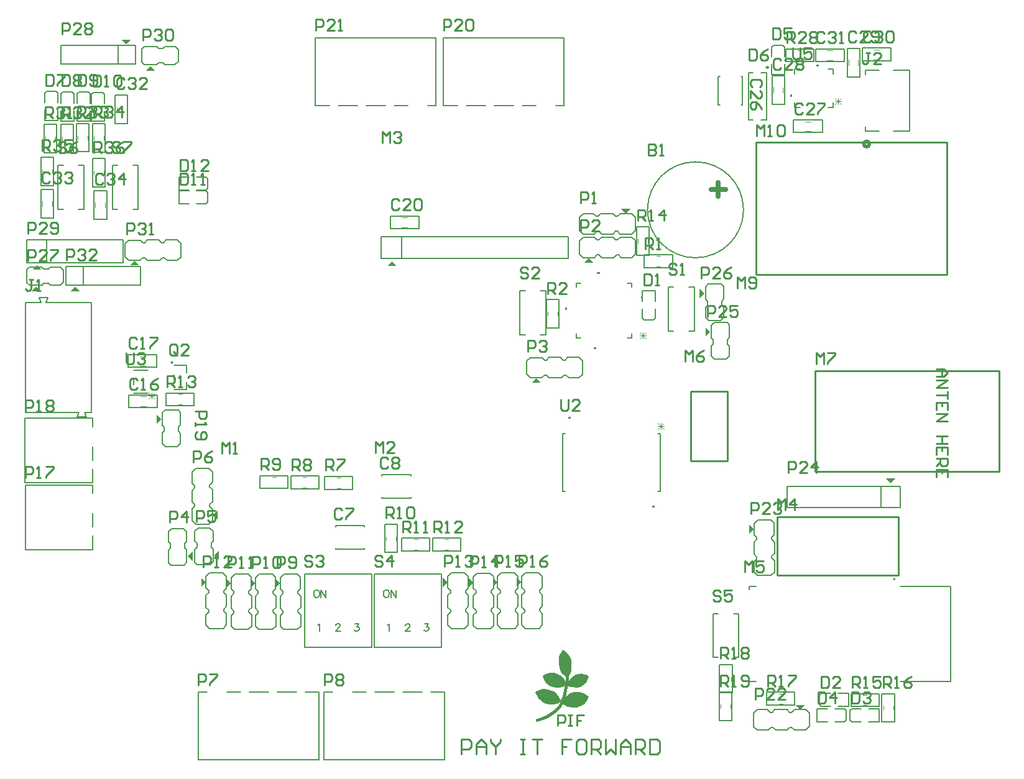
<source format=gto>
G04*
G04 #@! TF.GenerationSoftware,Altium Limited,Altium Designer,18.1.6 (161)*
G04*
G04 Layer_Color=65535*
%FSTAX24Y24*%
%MOIN*%
G70*
G01*
G75*
%ADD10C,0.0200*%
%ADD11C,0.0080*%
%ADD12C,0.0098*%
%ADD13C,0.0060*%
%ADD14C,0.0079*%
%ADD15C,0.0158*%
%ADD16C,0.0050*%
%ADD17C,0.0040*%
%ADD18C,0.0111*%
%ADD19C,0.0070*%
%ADD20C,0.0100*%
%ADD21C,0.0250*%
%ADD22C,0.0030*%
G36*
X00553Y038966D02*
X00528Y039216D01*
X00578D01*
X00553Y038966D01*
D02*
G37*
G36*
X042673Y037779D02*
X042523D01*
Y037879D01*
X042673D01*
Y037779D01*
D02*
G37*
G36*
X007084Y037556D02*
X006584D01*
X006834Y037806D01*
X007084Y037556D01*
D02*
G37*
G36*
X041237Y036145D02*
X041137D01*
Y036295D01*
X041237D01*
Y036145D01*
D02*
G37*
G36*
X032309Y029891D02*
X032059Y030141D01*
X032559D01*
X032309Y029891D01*
D02*
G37*
G36*
X030569Y027261D02*
X030069D01*
X030319Y027511D01*
X030569Y027261D01*
D02*
G37*
G36*
X006219Y027103D02*
X005719D01*
X005968Y027353D01*
X006219Y027103D01*
D02*
G37*
G36*
X020014Y027071D02*
X019514D01*
X019764Y027321D01*
X020014Y027071D01*
D02*
G37*
G36*
X001006Y026864D02*
X000506D01*
X000756Y027114D01*
X001006Y026864D01*
D02*
G37*
G36*
X030921Y026655D02*
X030771D01*
Y026755D01*
X030921D01*
Y026655D01*
D02*
G37*
G36*
X003024Y025725D02*
X002524D01*
X002774Y025975D01*
X003024Y025725D01*
D02*
G37*
G36*
X000933D02*
X000433D01*
X000683Y025975D01*
X000933Y025725D01*
D02*
G37*
G36*
X036517Y02561D02*
X036267Y02536D01*
Y02586D01*
X036517Y02561D01*
D02*
G37*
G36*
X033212Y025299D02*
X033112D01*
Y025449D01*
X033212D01*
Y025299D01*
D02*
G37*
G36*
X029172Y024708D02*
X029072D01*
Y024858D01*
X029172D01*
Y024708D01*
D02*
G37*
G36*
X036832Y023543D02*
X036582Y023293D01*
Y023793D01*
X036832Y023543D01*
D02*
G37*
G36*
X030725Y022615D02*
X030575D01*
Y022715D01*
X030725D01*
Y022615D01*
D02*
G37*
G36*
X027748Y020804D02*
X027248D01*
X027498Y021054D01*
X027748Y020804D01*
D02*
G37*
G36*
X02936Y01887D02*
X02921D01*
Y01897D01*
X02936D01*
Y01887D01*
D02*
G37*
G36*
X007398Y018858D02*
X007149Y018608D01*
Y019108D01*
X007398Y018858D01*
D02*
G37*
G36*
X046502Y015425D02*
X046252Y015675D01*
X046752D01*
X046502Y015425D01*
D02*
G37*
G36*
X03386Y0141D02*
X03371D01*
Y0142D01*
X03386D01*
Y0141D01*
D02*
G37*
G36*
X010416Y013474D02*
X010166Y013724D01*
X010416Y013974D01*
Y013474D01*
D02*
G37*
G36*
X039164Y012953D02*
X038914Y012703D01*
Y013203D01*
X039164Y012953D01*
D02*
G37*
G36*
X010495Y011299D02*
X010245Y011549D01*
X010495Y011799D01*
Y011299D01*
D02*
G37*
G36*
X009078Y01126D02*
X008828Y01151D01*
X009078Y01176D01*
Y01126D01*
D02*
G37*
G36*
X026723Y010118D02*
X026473Y009868D01*
Y010368D01*
X026723Y010118D01*
D02*
G37*
G36*
X025424Y010104D02*
X025174Y009854D01*
Y010354D01*
X025424Y010104D01*
D02*
G37*
G36*
X022747D02*
X022497Y009854D01*
Y010354D01*
X022747Y010104D01*
D02*
G37*
G36*
X009794D02*
X009544Y009854D01*
Y010354D01*
X009794Y010104D01*
D02*
G37*
G36*
X024125Y010094D02*
X023875Y009844D01*
Y010344D01*
X024125Y010094D01*
D02*
G37*
G36*
X013771Y010061D02*
X013521Y009811D01*
Y010311D01*
X013771Y010061D01*
D02*
G37*
G36*
X012432D02*
X012182Y009811D01*
Y010311D01*
X012432Y010061D01*
D02*
G37*
G36*
X011133Y010055D02*
X010883Y009805D01*
Y010305D01*
X011133Y010055D01*
D02*
G37*
G36*
X028927Y006471D02*
X028929Y006471D01*
X029Y006437D01*
X029Y006437D01*
X029001Y006437D01*
X029059Y006399D01*
X029059Y006399D01*
X02906Y006399D01*
X029139Y006328D01*
X029139Y006328D01*
X029139Y006328D01*
X029202Y00627D01*
X029202Y006269D01*
X029203Y006269D01*
X029265Y006185D01*
X029265Y006185D01*
X029265Y006185D01*
X029299Y006139D01*
X029299Y006139D01*
X029299Y006138D01*
X029328Y006071D01*
X029328Y006071D01*
X029328Y006071D01*
X029349Y006021D01*
X029349Y006021D01*
X02935Y00602D01*
X029375Y005908D01*
X029375Y005908D01*
X029375Y005908D01*
X029391Y005829D01*
X029391Y005828D01*
X029391Y005828D01*
X029404Y005741D01*
X029404Y00574D01*
X029404Y00574D01*
Y005648D01*
X029404Y005648D01*
X029404Y005648D01*
X029395Y005518D01*
X029395Y005518D01*
X029395Y005518D01*
X029387Y00541D01*
X029387Y00541D01*
X029387Y005409D01*
X029379Y005359D01*
X029379Y005359D01*
X029379Y005359D01*
X029362Y005272D01*
X029362Y005272D01*
X029362Y005271D01*
X029352Y005237D01*
X029351Y005237D01*
X029351Y005236D01*
X029323Y005172D01*
X029323Y005172D01*
X029323Y005171D01*
X029287Y005119D01*
X029286Y005119D01*
X029286Y005119D01*
X02923Y005055D01*
X02923Y005054D01*
X029229Y005054D01*
X029216Y005044D01*
X029216Y005011D01*
X029216Y00501D01*
X029216Y005009D01*
X029215Y005008D01*
X029215Y005006D01*
X029214Y005006D01*
X029213Y005005D01*
X029212Y005005D01*
X02921Y005004D01*
X029209Y005004D01*
X029208Y005004D01*
X029104Y005034D01*
X029103Y005034D01*
X029102Y005034D01*
X029048Y005068D01*
X029048Y005068D01*
X029048Y005068D01*
X028952Y005143D01*
X028951Y005144D01*
X028951Y005144D01*
X028867Y005253D01*
X028867Y005253D01*
X028867Y005253D01*
X028829Y00532D01*
X028829Y005321D01*
X028829Y005321D01*
X028791Y005421D01*
X028762Y005496D01*
X028762Y005496D01*
X028762Y005497D01*
X028741Y00558D01*
X028741Y00558D01*
X028741Y00558D01*
X028721Y005663D01*
X028721Y005664D01*
X02872Y005664D01*
X028716Y005739D01*
X028716Y00574D01*
X028716Y00574D01*
Y005898D01*
X028716Y005898D01*
X028716Y005899D01*
X028724Y005994D01*
X028724Y005994D01*
X028724Y005995D01*
X028737Y006107D01*
X028737Y006108D01*
X028737Y006109D01*
X028766Y006188D01*
X028766Y006188D01*
X028766Y006188D01*
X028796Y006263D01*
X028796Y006263D01*
X028796Y006264D01*
X028855Y00636D01*
X028855Y00636D01*
X028855Y00636D01*
X0289Y006426D01*
X028921Y006468D01*
X028923Y006469D01*
X028925Y006471D01*
X028925Y006471D01*
X028925Y006471D01*
X028927Y006471D01*
D02*
G37*
G36*
X028479Y00524D02*
X02848Y00524D01*
X02848Y00524D01*
X028572Y005215D01*
X028572Y005215D01*
X028572Y005215D01*
X028639Y005194D01*
X028639Y005194D01*
X02864Y005194D01*
X028711Y005156D01*
X028712Y005155D01*
X028773Y005123D01*
X028774Y005123D01*
X028774Y005123D01*
X028895Y005043D01*
X028896Y005042D01*
X028896Y005042D01*
X029013Y004892D01*
X029013Y004891D01*
X029014Y004891D01*
X029093Y004762D01*
X029093Y004762D01*
X029093Y004762D01*
X029118Y004721D01*
X029118Y004718D01*
X029118Y004716D01*
X029098Y004579D01*
X029097Y004578D01*
X029097Y004577D01*
X029096Y004576D01*
X029096Y004575D01*
X029095Y004575D01*
X029095Y004574D01*
X029095Y004574D01*
X029094Y004574D01*
X028927Y004495D01*
X028927Y004495D01*
X028926Y004494D01*
X028738Y004453D01*
X028738Y004453D01*
X028737Y004452D01*
X028592Y004448D01*
X028591Y004448D01*
X02859Y004448D01*
X028415Y004473D01*
X028415Y004473D01*
X028415Y004473D01*
X028302Y004507D01*
X028302Y004507D01*
X028301D01*
X028231Y004536D01*
X02823Y004537D01*
X028229Y004537D01*
X028179Y004574D01*
X028179Y004574D01*
X028179Y004575D01*
X0281Y004637D01*
X0281Y004638D01*
X028099Y004638D01*
X028037Y004705D01*
X028036Y004705D01*
X028036Y004706D01*
X027932Y004885D01*
X027931Y004885D01*
X027931Y004885D01*
X027881Y004989D01*
X027881Y00499D01*
X027881Y00499D01*
X027852Y00506D01*
X027852Y005062D01*
X027852Y005064D01*
X027852Y005065D01*
X027852Y005065D01*
X027853Y005067D01*
X027855Y005068D01*
X027963Y005139D01*
X027963Y005139D01*
X027963Y00514D01*
X028084Y005202D01*
X028085Y005202D01*
X028085Y005202D01*
X02816Y005227D01*
X02816Y005227D01*
X02816Y005227D01*
X028219Y005244D01*
X028219Y005244D01*
X02822Y005244D01*
X028295Y005253D01*
X028295Y005252D01*
X028296Y005253D01*
X028479Y00524D01*
D02*
G37*
G36*
X029926Y005199D02*
X029926Y0052D01*
X030026Y005183D01*
X030027Y005183D01*
X030027Y005183D01*
X030118Y005162D01*
X030119Y005161D01*
X03012Y005161D01*
X030186Y005132D01*
X030186Y005132D01*
X030186D01*
X030253Y005103D01*
X030253Y005103D01*
X030254Y005102D01*
X030337Y005044D01*
X030338Y005042D01*
X03034Y005041D01*
X03034Y00504D01*
X03034Y00504D01*
X03034Y005038D01*
X030339Y005036D01*
X030323Y005003D01*
X030298Y004941D01*
X030298Y004941D01*
X030298Y00494D01*
X03026Y004865D01*
X03026Y004865D01*
X03026Y004865D01*
X030214Y004774D01*
X030214Y004773D01*
X030214Y004773D01*
X030164Y00471D01*
X030164Y00471D01*
X030164Y00471D01*
X030114Y004651D01*
X030113Y004651D01*
X030113Y00465D01*
X030034Y004592D01*
X030033Y004592D01*
X030033Y004592D01*
X029917Y004517D01*
X029916Y004517D01*
X029915Y004516D01*
X029815Y004479D01*
X029815Y004479D01*
X029815Y004479D01*
X029761Y004462D01*
X02976Y004462D01*
X029759Y004462D01*
X029655Y004453D01*
X029655Y004454D01*
X029654Y004453D01*
X029458Y004474D01*
X029458Y004474D01*
X029458Y004474D01*
X02937Y004487D01*
X02937Y004487D01*
X02937Y004487D01*
X029307Y004504D01*
X029307Y004504D01*
X029307Y004504D01*
X029257Y00452D01*
X029256Y004521D01*
X029255Y004521D01*
X029185Y004563D01*
X029184Y004563D01*
X029184Y004564D01*
X029183Y004564D01*
X029183Y004564D01*
X029183Y004566D01*
X029182Y004567D01*
X029182Y004567D01*
X029182Y004568D01*
X029182Y004569D01*
X029182Y004569D01*
X029202Y004698D01*
X029203Y004699D01*
X029203Y0047D01*
X029274Y004838D01*
X029274Y004838D01*
X029274Y004838D01*
X029324Y004913D01*
X029325Y004914D01*
X029325Y004914D01*
X029395Y004984D01*
X029396Y004985D01*
X029396Y004985D01*
X029484Y005057D01*
X029484Y005057D01*
X029484Y005057D01*
X029494Y005063D01*
X029494Y005064D01*
X029495Y005064D01*
X029515Y005076D01*
X029515Y005076D01*
X029515Y005076D01*
X029536Y005088D01*
X029536Y005088D01*
X029536Y005088D01*
X029558Y005098D01*
X029558Y005098D01*
X029558Y005098D01*
X029569Y005103D01*
X029639Y005136D01*
X029639Y005136D01*
X02964Y005136D01*
X029731Y005174D01*
X029732Y005174D01*
X029732Y005174D01*
X029812Y005191D01*
X029812Y005191D01*
X029813Y005191D01*
X029925Y0052D01*
X029926Y005199D01*
D02*
G37*
G36*
X027962Y004374D02*
X027963Y004374D01*
X028134Y004362D01*
X028134Y004361D01*
X028135Y004361D01*
X028268Y004324D01*
X028268Y004324D01*
X028269Y004324D01*
X028448Y004249D01*
X028448Y004248D01*
X028449Y004248D01*
X028536Y004198D01*
X028537Y004198D01*
X028537Y004198D01*
X028587Y004152D01*
X028588Y004151D01*
X028588Y004151D01*
X02863Y004092D01*
X02863Y004092D01*
X02863Y004092D01*
X02868Y004017D01*
X02868Y004017D01*
X02868Y004017D01*
X028763Y003888D01*
X028763Y003888D01*
X028764Y003887D01*
X028789Y003837D01*
X028818Y003779D01*
X028818Y003778D01*
X028819Y003776D01*
Y00376D01*
X028818Y003758D01*
X028818Y003757D01*
X028769Y003634D01*
X028769Y003633D01*
X028769Y003633D01*
X028768Y003632D01*
X028768Y003632D01*
X028767Y003631D01*
X028766Y00363D01*
X028765Y00363D01*
X028765Y00363D01*
X028689Y003612D01*
X028635Y003595D01*
X028635Y003595D01*
X028634Y003595D01*
X028555Y003578D01*
X028555Y003578D01*
X028555Y003578D01*
X028447Y003557D01*
X028447Y003557D01*
X028447Y003557D01*
X028351Y003541D01*
X02835Y003541D01*
X02835Y00354D01*
X028258D01*
X028258Y003541D01*
X028257Y00354D01*
X028166Y003549D01*
X028165Y003549D01*
X028165Y003549D01*
X028094Y003566D01*
X028094Y003566D01*
X028094Y003566D01*
X027994Y003595D01*
X027993Y003596D01*
X027993Y003596D01*
X02788Y003658D01*
X02788Y003658D01*
X02788Y003658D01*
X027821Y003696D01*
X027821Y003696D01*
X02782Y003697D01*
X027703Y003817D01*
X027703Y003817D01*
X027703Y003817D01*
X027633Y003892D01*
X027633Y003893D01*
X027633Y003893D01*
X027587Y003947D01*
X027586Y003948D01*
X027586Y003948D01*
X027552Y00401D01*
X027486Y004127D01*
X027486Y004127D01*
X027486Y004127D01*
X027452Y00419D01*
X027452Y004192D01*
X027452Y004194D01*
X027452Y004194D01*
X027452Y004195D01*
X027453Y004196D01*
X027454Y004198D01*
X027571Y004277D01*
X027572Y004277D01*
X027572Y004278D01*
X027647Y004311D01*
X027648Y004311D01*
X027648Y004311D01*
X027744Y004341D01*
X027744Y004341D01*
X027744Y004341D01*
X027831Y004366D01*
X027832Y004366D01*
X027833Y004366D01*
X027962Y004374D01*
X027962Y004374D01*
D02*
G37*
G36*
X029702Y004225D02*
X029703Y004225D01*
X029782Y004217D01*
X029783Y004216D01*
X029783Y004216D01*
X029858Y004196D01*
X030008Y004158D01*
X030009Y004158D01*
X030009D01*
X030059Y004137D01*
X030059Y004137D01*
X03006Y004137D01*
X030172Y004079D01*
X030172Y004078D01*
X030173Y004078D01*
X030273Y004012D01*
X030273Y004011D01*
X030273Y004011D01*
X030315Y003978D01*
X030315Y003977D01*
X030317Y003975D01*
X030317Y003974D01*
X030317Y003974D01*
X030317Y003972D01*
X030317Y003971D01*
X030288Y003896D01*
X030287Y003895D01*
X030287Y003895D01*
X030241Y003807D01*
X030241Y003807D01*
X030241Y003807D01*
X030208Y003745D01*
X030208Y003745D01*
X030208Y003744D01*
X03012Y003619D01*
X03012Y003619D01*
X03012Y003618D01*
X030061Y00356D01*
X030061Y00356D01*
X03006Y003559D01*
X029994Y003513D01*
X029993Y003513D01*
X029993Y003513D01*
X029926Y003479D01*
X029926Y003479D01*
X029926Y003479D01*
X02983Y003434D01*
X02983Y003434D01*
X02983Y003434D01*
X029772Y003409D01*
X029771Y003409D01*
X02977Y003408D01*
X02967Y003392D01*
X02967Y003392D01*
X029669Y003391D01*
X029519Y003387D01*
X029519Y003387D01*
X029519Y003387D01*
X02936Y003395D01*
X02936Y003396D01*
X029359Y003396D01*
X029239Y003421D01*
X029239Y003421D01*
X029238Y003421D01*
X029138Y00345D01*
X029138Y00345D01*
X029137Y00345D01*
X029037Y003496D01*
X029037Y003496D01*
X029037Y003496D01*
X028962Y003542D01*
X028962Y003543D01*
X028961Y003543D01*
X028907Y003584D01*
X028907Y003585D01*
X028906Y003585D01*
X028906Y003586D01*
X028905Y003587D01*
X028905Y003588D01*
X028904Y003589D01*
X028904Y003589D01*
X028904Y00359D01*
X028905Y00359D01*
X028905Y003591D01*
X028984Y003841D01*
X028985Y003843D01*
X028986Y003845D01*
X029011Y003861D01*
X029102Y003969D01*
X029143Y004019D01*
X029144Y004019D01*
X029144Y004019D01*
X029207Y004073D01*
X029207Y004074D01*
X029207Y004074D01*
X029312Y004141D01*
X029312Y004141D01*
X029312Y004141D01*
X0294Y004183D01*
X0294Y004183D01*
X029401Y004183D01*
X029551Y004212D01*
X029552Y004212D01*
X029552Y004213D01*
X029702Y004225D01*
X029702Y004225D01*
D02*
G37*
G36*
X041654Y003277D02*
X041404Y003527D01*
X041904D01*
X041654Y003277D01*
D02*
G37*
D10*
X045367Y03362D02*
G03*
X045367Y03362I-00015J0D01*
G01*
D11*
X038617Y030089D02*
G03*
X038617Y030089I-002574J0D01*
G01*
D12*
X039949Y037731D02*
G03*
X039949Y037731I-000049J0D01*
G01*
D13*
X008025Y021902D02*
G03*
X008025Y021902I-00005J0D01*
G01*
X045167Y03757D02*
X045877D01*
X046662Y03432D02*
X047507D01*
X045167D02*
Y034547D01*
Y03432D02*
X045877D01*
X045167Y037343D02*
Y03757D01*
X046662D02*
X047507D01*
Y03432D02*
Y03757D01*
X038478Y035696D02*
X038553D01*
X037273D02*
X037349D01*
X037273D02*
Y037256D01*
X038478D02*
X038553D01*
Y035696D02*
Y037256D01*
X037273D02*
X037349D01*
X041367Y035579D02*
Y035853D01*
Y037649D02*
X04164D01*
X043437Y037376D02*
Y037649D01*
Y035579D02*
Y035853D01*
X041367Y035579D02*
X04164D01*
X041367Y037376D02*
Y037649D01*
X043163D02*
X043437D01*
X043163Y035579D02*
X043437D01*
X005924Y020246D02*
X006674D01*
X005924Y020708D02*
Y021024D01*
Y021486D02*
X006674D01*
X00875Y021343D02*
Y021742D01*
X0081Y020968D02*
Y021236D01*
Y020462D02*
X00875D01*
Y020861D01*
X0081Y021742D02*
X00875D01*
X034021Y01499D02*
X034145D01*
X028925D02*
Y01808D01*
Y01499D02*
X029049D01*
X034145D02*
Y01808D01*
X034021D02*
X034145D01*
X028925D02*
X029049D01*
X01674Y01188D02*
Y011955D01*
Y01316D02*
X0183D01*
X01674Y013084D02*
Y01316D01*
Y01188D02*
X0183D01*
Y011955D01*
Y013084D02*
Y01316D01*
X02078Y015801D02*
Y015876D01*
X01922Y014596D02*
X02078D01*
Y014672D01*
X01922Y015876D02*
X02078D01*
X01922Y015801D02*
Y015876D01*
Y014596D02*
Y014672D01*
X029672Y023215D02*
Y023436D01*
Y026155D02*
X029893D01*
X032612Y025934D02*
Y026155D01*
Y023215D02*
Y023436D01*
X029672Y023215D02*
X029893D01*
X029672Y025934D02*
Y026155D01*
X03239D02*
X032612D01*
X03239Y023215D02*
X032612D01*
X016763Y007785D02*
Y007804D01*
X016782Y007842D01*
X016801Y007861D01*
X016839Y00788D01*
X016915D01*
X016954Y007861D01*
X016973Y007842D01*
X016992Y007804D01*
Y007766D01*
X016973Y007728D01*
X016935Y007671D01*
X016744Y00748D01*
X017011D01*
X015799Y007804D02*
X015837Y007823D01*
X015894Y00788D01*
Y00748D01*
X015689Y009691D02*
X015651Y009672D01*
X015613Y009634D01*
X015594Y009596D01*
X015575Y009539D01*
Y009444D01*
X015594Y009387D01*
X015613Y009348D01*
X015651Y00931D01*
X015689Y009291D01*
X015765D01*
X015803Y00931D01*
X015841Y009348D01*
X01586Y009387D01*
X015879Y009444D01*
Y009539D01*
X01586Y009596D01*
X015841Y009634D01*
X015803Y009672D01*
X015765Y009691D01*
X015689D01*
X015973D02*
Y009291D01*
Y009691D02*
X016239Y009291D01*
Y009691D02*
Y009291D01*
X017782Y00788D02*
X017992D01*
X017877Y007728D01*
X017935D01*
X017973Y007709D01*
X017992Y00769D01*
X018011Y007633D01*
Y007595D01*
X017992Y007537D01*
X017954Y007499D01*
X017896Y00748D01*
X017839D01*
X017782Y007499D01*
X017763Y007518D01*
X017744Y007556D01*
X020503Y007785D02*
Y007804D01*
X020522Y007842D01*
X020541Y007861D01*
X020579Y00788D01*
X020656D01*
X020694Y007861D01*
X020713Y007842D01*
X020732Y007804D01*
Y007766D01*
X020713Y007728D01*
X020675Y007671D01*
X020484Y00748D01*
X020751D01*
X019539Y007804D02*
X019577Y007823D01*
X019635Y00788D01*
Y00748D01*
X019429Y009691D02*
X019391Y009672D01*
X019353Y009634D01*
X019334Y009596D01*
X019315Y009539D01*
Y009444D01*
X019334Y009387D01*
X019353Y009348D01*
X019391Y00931D01*
X019429Y009291D01*
X019505D01*
X019543Y00931D01*
X019582Y009348D01*
X019601Y009387D01*
X01962Y009444D01*
Y009539D01*
X019601Y009596D01*
X019582Y009634D01*
X019543Y009672D01*
X019505Y009691D01*
X019429D01*
X019713D02*
Y009291D01*
Y009691D02*
X01998Y009291D01*
Y009691D02*
Y009291D01*
X021522Y00788D02*
X021732D01*
X021618Y007728D01*
X021675D01*
X021713Y007709D01*
X021732Y00769D01*
X021751Y007633D01*
Y007595D01*
X021732Y007537D01*
X021694Y007499D01*
X021637Y00748D01*
X021579D01*
X021522Y007499D01*
X021503Y007518D01*
X021484Y007556D01*
D14*
X046732Y010276D02*
G03*
X046732Y010276I-000039J0D01*
G01*
X03955Y034911D02*
X03985D01*
X03954Y037451D02*
X03986D01*
X03889Y034921D02*
Y037451D01*
X03986Y034911D02*
Y037451D01*
X03889Y034921D02*
X039119D01*
X03889Y037451D02*
X039119D01*
X023746Y035693D02*
X024781D01*
X025246D02*
X026281D01*
X026746D02*
X027482D01*
X028998D02*
Y039315D01*
X02253D02*
X028998D01*
X02253Y035693D02*
Y039315D01*
X028545Y035693D02*
X028998D01*
X022529D02*
X023281D01*
X01688D02*
X017915D01*
X01838D02*
X019415D01*
X01988D02*
X020616D01*
X022132D02*
Y039315D01*
X015663D02*
X022132D01*
X015663Y035693D02*
Y039315D01*
X021679Y035693D02*
X022132D01*
X015663D02*
X016415D01*
X00373Y011848D02*
Y0126D01*
Y014864D02*
Y015317D01*
X000108Y011848D02*
X00373D01*
X000108D02*
Y015317D01*
X00373D01*
Y013065D02*
Y013801D01*
X003727Y015431D02*
Y016183D01*
Y018447D02*
Y0189D01*
X000105Y015431D02*
X003727D01*
X000105D02*
Y0189D01*
X003727D01*
Y016648D02*
Y017384D01*
X020352Y004203D02*
X021388D01*
X018852D02*
X019888D01*
X017652D02*
X018388D01*
X016136Y000581D02*
Y004203D01*
Y000581D02*
X022604D01*
Y004203D01*
X016136D02*
X016589D01*
X021852D02*
X022604D01*
X01361D02*
X014646D01*
X01211D02*
X013146D01*
X010909D02*
X011646D01*
X009394Y000581D02*
Y004203D01*
Y000581D02*
X015862D01*
Y004203D01*
X009394D02*
X009846D01*
X01511D02*
X015862D01*
X015094Y010551D02*
X018685D01*
X015094Y006614D02*
Y010551D01*
Y006614D02*
X018685D01*
Y010551D01*
X018835D02*
X022425D01*
X018835Y006614D02*
Y010551D01*
Y006614D02*
X022425D01*
Y010551D01*
X00365Y019224D02*
Y025129D01*
X000107Y019224D02*
Y025129D01*
X000953D01*
X001229D02*
X00365D01*
X000855Y025365D02*
X001327D01*
X000855D02*
X000953Y025129D01*
X001229D02*
X001327Y025365D01*
X002902Y018987D02*
X003Y019224D01*
X002902Y018987D02*
X003374D01*
X003276Y019224D02*
X003374Y018987D01*
X003276Y019224D02*
X00365D01*
X000107D02*
X003D01*
X026634Y023386D02*
Y025748D01*
X026909D01*
X026634Y023386D02*
X026909D01*
X027736D02*
X028012D01*
X027736Y025748D02*
X028012D01*
Y023386D02*
Y025748D01*
X034596Y023583D02*
Y025945D01*
X034872D01*
X034596Y023583D02*
X034872D01*
X035699D02*
X035974D01*
X035699Y025945D02*
X035974D01*
Y023583D02*
Y025945D01*
X006161Y030118D02*
Y03248D01*
X005886Y030118D02*
X006161D01*
X005886Y03248D02*
X006161D01*
X004783D02*
X005059D01*
X004783Y030118D02*
X005059D01*
X004783D02*
Y03248D01*
X003248Y030118D02*
Y03248D01*
X002972Y030118D02*
X003248D01*
X002972Y03248D02*
X003248D01*
X00187D02*
X002146D01*
X00187Y030118D02*
X002146D01*
X00187D02*
Y03248D01*
X036988Y006063D02*
Y008425D01*
X037264D01*
X036988Y006063D02*
X037264D01*
X038091D02*
X038366D01*
X038091Y008425D02*
X038366D01*
Y006063D02*
Y008425D01*
D15*
X027561Y002712D02*
X027851Y002816D01*
X028074Y002917D01*
X028399Y003117D01*
X028516Y003213D01*
X02867Y003359D01*
X028741Y003451D01*
X02882Y003567D01*
X028891Y003738D01*
X029016Y004092D01*
X029028Y004146D01*
X029066Y004313D01*
X029103Y004484D01*
X029126Y004584D01*
X029134Y004688D01*
X029142Y004792D01*
X029147Y004884D01*
X029159Y005225D01*
D16*
X031019Y027521D02*
X031669D01*
X031819Y027671D01*
X029819Y027721D02*
Y028421D01*
Y027721D02*
X030019Y027521D01*
X030619D01*
X030769Y027671D01*
X030869D01*
X031019Y027521D01*
X031819Y027671D02*
X031919D01*
X032069Y027521D01*
X032619D01*
X032809Y027711D01*
Y028431D01*
X032619Y028621D02*
X032809Y028431D01*
X032019Y028621D02*
X032619D01*
X031869Y028471D02*
X032019Y028621D01*
X031769Y028471D02*
X031869D01*
X031619Y028621D02*
X031769Y028471D01*
X031019Y028621D02*
X031619D01*
X030869Y028471D02*
X031019Y028621D01*
X030769Y028471D02*
X030869D01*
X030629Y028611D02*
X030769Y028471D01*
X030009Y028611D02*
X030629D01*
X029819Y028421D02*
X030009Y028611D01*
X007469Y018528D02*
X007559Y018438D01*
X007469Y018528D02*
Y019198D01*
X007459Y018098D02*
X007559Y018198D01*
Y018438D01*
X007469Y018528D02*
Y018558D01*
X008328Y018198D02*
X008439Y018088D01*
X008328Y018198D02*
Y018438D01*
X008439Y018548D01*
X007618Y019348D02*
X008309D01*
X007469Y019198D02*
X007618Y019348D01*
X007459Y017558D02*
Y018098D01*
Y017558D02*
X007638Y017378D01*
X008268D01*
X008439Y017548D01*
Y018088D01*
Y018548D02*
Y019218D01*
X008309Y019348D02*
X008439Y019218D01*
X001117Y03316D02*
Y03468D01*
Y03316D02*
X001797D01*
Y03468D01*
X001117D02*
X001797D01*
X002022Y03316D02*
Y03468D01*
Y03316D02*
X002702D01*
Y03468D01*
X002022D02*
X002702D01*
X002849Y033199D02*
Y034719D01*
Y033199D02*
X003529D01*
Y034719D01*
X002849D02*
X003529D01*
X003715Y033194D02*
Y034714D01*
Y033194D02*
X004395D01*
Y034714D01*
X003715D02*
X004395D01*
X044178Y037215D02*
X044848D01*
X044178D02*
Y038755D01*
X044848D01*
Y037215D02*
Y038755D01*
X040142Y035743D02*
X040812D01*
X040142D02*
Y037283D01*
X040812D01*
Y035743D02*
Y037283D01*
X04284Y034237D02*
Y034907D01*
X0413Y034237D02*
X04284D01*
X0413D02*
Y034907D01*
X04284D01*
X042475Y038046D02*
Y038716D01*
X044015D01*
Y038046D02*
Y038716D01*
X042475Y038046D02*
X044015D01*
X046525Y038095D02*
Y038765D01*
X044985Y038095D02*
X046525D01*
X044985D02*
Y038765D01*
X046525D01*
X040822Y03831D02*
Y03881D01*
Y03736D02*
Y03791D01*
X040122Y03831D02*
Y03881D01*
Y03736D02*
Y03791D01*
X040222Y03891D02*
X040722D01*
X040822Y03881D01*
X040122D02*
X040222Y03891D01*
X040122Y03736D02*
X040822D01*
X042397Y038046D02*
Y038726D01*
X040877Y038046D02*
X042397D01*
X040877D02*
Y038726D01*
X042397D01*
X021226Y029079D02*
Y029749D01*
X019686Y029079D02*
X021226D01*
X019686D02*
Y029749D01*
X021226D01*
X037742Y024033D02*
X037872Y023903D01*
Y023233D02*
Y023903D01*
Y022233D02*
Y022773D01*
X037702Y022063D02*
X037872Y022233D01*
X037072Y022063D02*
X037702D01*
X036892Y022243D02*
X037072Y022063D01*
X036892Y022243D02*
Y022783D01*
X036902Y023883D02*
X037052Y024033D01*
X037742D01*
X037762Y023123D02*
X037872Y023233D01*
X037762Y022883D02*
Y023123D01*
Y022883D02*
X037872Y022773D01*
X036902Y023213D02*
Y023243D01*
X036992Y022883D02*
Y023123D01*
X036892Y022783D02*
X036992Y022883D01*
X036902Y023213D02*
Y023883D01*
Y023213D02*
X036992Y023123D01*
X037427Y0261D02*
X037557Y02597D01*
Y0253D02*
Y02597D01*
Y0243D02*
Y02484D01*
X037387Y02413D02*
X037557Y0243D01*
X036757Y02413D02*
X037387D01*
X036577Y02431D02*
X036757Y02413D01*
X036577Y02431D02*
Y02485D01*
X036587Y02595D02*
X036737Y0261D01*
X037427D01*
X037447Y02519D02*
X037557Y0253D01*
X037447Y02495D02*
Y02519D01*
Y02495D02*
X037557Y02484D01*
X036587Y02528D02*
Y02531D01*
X036677Y02495D02*
Y02519D01*
X036577Y02485D02*
X036677Y02495D01*
X036587Y02528D02*
Y02595D01*
Y02528D02*
X036677Y02519D01*
X007649Y019581D02*
Y020261D01*
X009168D01*
Y019581D02*
Y020261D01*
X007649Y019581D02*
X009168D01*
X005664Y019463D02*
Y020133D01*
X007204D01*
Y019463D02*
Y020133D01*
X005664Y019463D02*
X007204D01*
X00717Y021639D02*
Y022308D01*
X00563Y021639D02*
X00717D01*
X00563D02*
Y022308D01*
X00717D01*
X032888Y027648D02*
X033568D01*
X032888D02*
Y029168D01*
X033568D01*
Y027648D02*
Y029168D01*
X007788Y01115D02*
X007918Y01102D01*
X007788Y01115D02*
Y01182D01*
Y01228D02*
Y01282D01*
X007958Y01299D01*
X008588D01*
X008768Y01281D01*
Y01227D02*
Y01281D01*
X008608Y01102D02*
X008758Y01117D01*
X007918Y01102D02*
X008608D01*
X007788Y01182D02*
X007898Y01193D01*
Y01217D01*
X007788Y01228D02*
X007898Y01217D01*
X008758Y01181D02*
Y01184D01*
X008668Y01193D02*
Y01217D01*
X008768Y01227D01*
X008758Y01117D02*
Y01184D01*
X008668Y01193D02*
X008758Y01184D01*
X009205Y011189D02*
X009335Y011059D01*
X009205Y011189D02*
Y011859D01*
Y012319D02*
Y012859D01*
X009375Y013029D01*
X010005D01*
X010185Y012849D01*
Y012309D02*
Y012849D01*
X010025Y011059D02*
X010175Y011209D01*
X009335Y011059D02*
X010025D01*
X009205Y011859D02*
X009315Y011969D01*
Y012209D01*
X009205Y012319D02*
X009315Y012209D01*
X010175Y011849D02*
Y011879D01*
X010085Y011969D02*
Y012209D01*
X010185Y012309D01*
X010175Y011209D02*
Y011879D01*
X010085Y011969D02*
X010175Y011879D01*
X009066Y013414D02*
X009256Y013224D01*
X009066Y013414D02*
Y014034D01*
X009206Y014174D01*
Y014274D01*
X009056Y014424D02*
X009206Y014274D01*
X009056Y014424D02*
Y015024D01*
X009206Y015174D01*
Y015274D01*
X009056Y015424D02*
X009206Y015274D01*
X009056Y015424D02*
Y016024D01*
X009246Y016214D01*
X009966D01*
X010156Y016024D01*
Y015474D02*
Y016024D01*
X010006Y015324D02*
X010156Y015474D01*
X010006Y015224D02*
Y015324D01*
Y014274D02*
X010156Y014424D01*
X010006Y014174D02*
Y014274D01*
Y014174D02*
X010156Y014024D01*
Y013424D02*
Y014024D01*
X009956Y013224D02*
X010156Y013424D01*
X009256Y013224D02*
X009956D01*
X010006Y015224D02*
X010156Y015074D01*
Y014424D02*
Y015074D01*
X014202Y015132D02*
Y015812D01*
X012682Y015132D02*
X014202D01*
X012682D02*
Y015812D01*
X014202D01*
X015861Y015122D02*
Y015802D01*
X014341Y015122D02*
X015861D01*
X014341D02*
Y015802D01*
X015861D01*
X017672Y015093D02*
Y015773D01*
X016152Y015093D02*
X017672D01*
X016152D02*
Y015773D01*
X017672D01*
X013342Y010561D02*
X013532Y010371D01*
Y009751D02*
Y010371D01*
X013392Y009611D02*
X013532Y009751D01*
X013392Y009511D02*
Y009611D01*
Y009511D02*
X013542Y009361D01*
Y008761D02*
Y009361D01*
X013392Y008611D02*
X013542Y008761D01*
X013392Y008511D02*
Y008611D01*
Y008511D02*
X013542Y008361D01*
Y007761D02*
Y008361D01*
X013352Y007571D02*
X013542Y007761D01*
X012632Y007571D02*
X013352D01*
X012442Y007761D02*
X012632Y007571D01*
X012442Y007761D02*
Y008311D01*
X012592Y008461D01*
Y008561D01*
X012442Y009361D02*
X012592Y009511D01*
Y009611D01*
X012442Y009761D02*
X012592Y009611D01*
X012442Y009761D02*
Y010361D01*
X012642Y010561D01*
X013342D01*
X012442Y008711D02*
X012592Y008561D01*
X012442Y008711D02*
Y009361D01*
X014681Y010561D02*
X014871Y010371D01*
Y009751D02*
Y010371D01*
X014731Y009611D02*
X014871Y009751D01*
X014731Y009511D02*
Y009611D01*
Y009511D02*
X014881Y009361D01*
Y008761D02*
Y009361D01*
X014731Y008611D02*
X014881Y008761D01*
X014731Y008511D02*
Y008611D01*
Y008511D02*
X014881Y008361D01*
Y007761D02*
Y008361D01*
X014691Y007571D02*
X014881Y007761D01*
X013971Y007571D02*
X014691D01*
X013781Y007761D02*
X013971Y007571D01*
X013781Y007761D02*
Y008311D01*
X013931Y008461D01*
Y008561D01*
X013781Y009361D02*
X013931Y009511D01*
Y009611D01*
X013781Y009761D02*
X013931Y009611D01*
X013781Y009761D02*
Y010361D01*
X013981Y010561D01*
X014681D01*
X013781Y008711D02*
X013931Y008561D01*
X013781Y008711D02*
Y009361D01*
X02194Y011786D02*
Y012466D01*
X02346D01*
Y011786D02*
Y012466D01*
X02194Y011786D02*
X02346D01*
X020286D02*
Y012466D01*
X021806D01*
Y011786D02*
Y012466D01*
X020286Y011786D02*
X021806D01*
X019384Y011698D02*
X020064D01*
X019384D02*
Y013218D01*
X020064D01*
Y011698D02*
Y013218D01*
X010704Y010604D02*
X010894Y010414D01*
Y009794D02*
Y010414D01*
X010754Y009654D02*
X010894Y009794D01*
X010754Y009554D02*
Y009654D01*
Y009554D02*
X010904Y009404D01*
Y008804D02*
Y009404D01*
X010754Y008654D02*
X010904Y008804D01*
X010754Y008554D02*
Y008654D01*
Y008554D02*
X010904Y008404D01*
Y007804D02*
Y008404D01*
X010714Y007614D02*
X010904Y007804D01*
X009994Y007614D02*
X010714D01*
X009804Y007804D02*
X009994Y007614D01*
X009804Y007804D02*
Y008354D01*
X009954Y008504D01*
Y008604D01*
X009804Y009404D02*
X009954Y009554D01*
Y009654D01*
X009804Y009804D02*
X009954Y009654D01*
X009804Y009804D02*
Y010404D01*
X010004Y010604D01*
X010704D01*
X009804Y008754D02*
X009954Y008604D01*
X009804Y008754D02*
Y009404D01*
X012043Y010555D02*
X012233Y010365D01*
Y009745D02*
Y010365D01*
X012093Y009605D02*
X012233Y009745D01*
X012093Y009505D02*
Y009605D01*
Y009505D02*
X012243Y009355D01*
Y008755D02*
Y009355D01*
X012093Y008605D02*
X012243Y008755D01*
X012093Y008505D02*
Y008605D01*
Y008505D02*
X012243Y008355D01*
Y007755D02*
Y008355D01*
X012053Y007565D02*
X012243Y007755D01*
X011333Y007565D02*
X012053D01*
X011143Y007755D02*
X011333Y007565D01*
X011143Y007755D02*
Y008305D01*
X011293Y008455D01*
Y008555D01*
X011143Y009355D02*
X011293Y009505D01*
Y009605D01*
X011143Y009755D02*
X011293Y009605D01*
X011143Y009755D02*
Y010355D01*
X011343Y010555D01*
X012043D01*
X011143Y008705D02*
X011293Y008555D01*
X011143Y008705D02*
Y009355D01*
X025035Y010594D02*
X025225Y010404D01*
Y009784D02*
Y010404D01*
X025085Y009644D02*
X025225Y009784D01*
X025085Y009544D02*
Y009644D01*
Y009544D02*
X025235Y009394D01*
Y008794D02*
Y009394D01*
X025085Y008644D02*
X025235Y008794D01*
X025085Y008544D02*
Y008644D01*
Y008544D02*
X025235Y008394D01*
Y007794D02*
Y008394D01*
X025045Y007604D02*
X025235Y007794D01*
X024325Y007604D02*
X025045D01*
X024135Y007794D02*
X024325Y007604D01*
X024135Y007794D02*
Y008344D01*
X024285Y008494D01*
Y008594D01*
X024135Y009394D02*
X024285Y009544D01*
Y009644D01*
X024135Y009794D02*
X024285Y009644D01*
X024135Y009794D02*
Y010394D01*
X024335Y010594D01*
X025035D01*
X024135Y008744D02*
X024285Y008594D01*
X024135Y008744D02*
Y009394D01*
X023657Y010604D02*
X023847Y010414D01*
Y009794D02*
Y010414D01*
X023707Y009654D02*
X023847Y009794D01*
X023707Y009554D02*
Y009654D01*
Y009554D02*
X023857Y009404D01*
Y008804D02*
Y009404D01*
X023707Y008654D02*
X023857Y008804D01*
X023707Y008554D02*
Y008654D01*
Y008554D02*
X023857Y008404D01*
Y007804D02*
Y008404D01*
X023667Y007614D02*
X023857Y007804D01*
X022947Y007614D02*
X023667D01*
X022757Y007804D02*
X022947Y007614D01*
X022757Y007804D02*
Y008354D01*
X022907Y008504D01*
Y008604D01*
X022757Y009404D02*
X022907Y009554D01*
Y009654D01*
X022757Y009804D02*
X022907Y009654D01*
X022757Y009804D02*
Y010404D01*
X022957Y010604D01*
X023657D01*
X022757Y008754D02*
X022907Y008604D01*
X022757Y008754D02*
Y009404D01*
X027633Y010618D02*
X027823Y010428D01*
Y009808D02*
Y010428D01*
X027683Y009668D02*
X027823Y009808D01*
X027683Y009568D02*
Y009668D01*
Y009568D02*
X027833Y009418D01*
Y008818D02*
Y009418D01*
X027683Y008668D02*
X027833Y008818D01*
X027683Y008568D02*
Y008668D01*
Y008568D02*
X027833Y008418D01*
Y007818D02*
Y008418D01*
X027643Y007628D02*
X027833Y007818D01*
X026923Y007628D02*
X027643D01*
X026733Y007818D02*
X026923Y007628D01*
X026733Y007818D02*
Y008368D01*
X026883Y008518D01*
Y008618D01*
X026733Y009418D02*
X026883Y009568D01*
Y009668D01*
X026733Y009818D02*
X026883Y009668D01*
X026733Y009818D02*
Y010418D01*
X026933Y010618D01*
X027633D01*
X026733Y008768D02*
X026883Y008618D01*
X026733Y008768D02*
Y009418D01*
X026334Y010604D02*
X026524Y010414D01*
Y009794D02*
Y010414D01*
X026384Y009654D02*
X026524Y009794D01*
X026384Y009554D02*
Y009654D01*
Y009554D02*
X026534Y009404D01*
Y008804D02*
Y009404D01*
X026384Y008654D02*
X026534Y008804D01*
X026384Y008554D02*
Y008654D01*
Y008554D02*
X026534Y008404D01*
Y007804D02*
Y008404D01*
X026344Y007614D02*
X026534Y007804D01*
X025624Y007614D02*
X026344D01*
X025434Y007804D02*
X025624Y007614D01*
X025434Y007804D02*
Y008354D01*
X025584Y008504D01*
Y008604D01*
X025434Y009404D02*
X025584Y009554D01*
Y009654D01*
X025434Y009804D02*
X025584Y009654D01*
X025434Y009804D02*
Y010404D01*
X025634Y010604D01*
X026334D01*
X025434Y008754D02*
X025584Y008604D01*
X025434Y008754D02*
Y009404D01*
X028046Y025265D02*
X028726D01*
Y023745D02*
Y025265D01*
X028046Y023745D02*
X028726D01*
X028046D02*
Y025265D01*
X034808Y026993D02*
Y027673D01*
X033288Y026993D02*
X034808D01*
X033288D02*
Y027673D01*
X034808D01*
X032619Y028791D02*
X032809Y028981D01*
X031999Y028791D02*
X032619D01*
X031859Y028931D02*
X031999Y028791D01*
X031759Y028931D02*
X031859D01*
X031609Y028781D02*
X031759Y028931D01*
X031009Y028781D02*
X031609D01*
X030859Y028931D02*
X031009Y028781D01*
X030759Y028931D02*
X030859D01*
X030609Y028781D02*
X030759Y028931D01*
X030009Y028781D02*
X030609D01*
X029819Y028971D02*
X030009Y028781D01*
X029819Y028971D02*
Y029691D01*
X030009Y029881D01*
X030559D01*
X030709Y029731D01*
X030809D01*
X031609Y029881D02*
X031759Y029731D01*
X031859D01*
X032009Y029881D01*
X032609D01*
X032809Y029681D01*
Y028981D02*
Y029681D01*
X030809Y029731D02*
X030959Y029881D01*
X031609D01*
X026998Y021964D02*
X027188Y022154D01*
X027808D01*
X027948Y022014D01*
X028048D01*
X028198Y022164D01*
X028798D01*
X028948Y022014D01*
X029048D01*
X029198Y022164D01*
X029798D01*
X029988Y021974D01*
Y021254D02*
Y021974D01*
X029798Y021064D02*
X029988Y021254D01*
X029248Y021064D02*
X029798D01*
X029098Y021214D02*
X029248Y021064D01*
X028998Y021214D02*
X029098D01*
X028048D02*
X028198Y021064D01*
X027948Y021214D02*
X028048D01*
X027798Y021064D02*
X027948Y021214D01*
X027198Y021064D02*
X027798D01*
X026998Y021264D02*
X027198Y021064D01*
X026998Y021264D02*
Y021964D01*
X028848Y021064D02*
X028998Y021214D01*
X028198Y021064D02*
X028848D01*
X033206Y02428D02*
Y02478D01*
Y02518D02*
Y02573D01*
X033906Y02428D02*
Y02478D01*
Y02518D02*
Y02573D01*
X033306Y02418D02*
X033806D01*
X033206Y02428D02*
X033306Y02418D01*
X033806D02*
X033906Y02428D01*
X033206Y02573D02*
X033906D01*
X000193Y026885D02*
X000323Y027015D01*
X000993D01*
X001453D02*
X001993D01*
X002163Y026845D01*
Y026215D02*
Y026845D01*
X001983Y026035D02*
X002163Y026215D01*
X001443Y026035D02*
X001983D01*
X000193Y026195D02*
X000343Y026045D01*
X000193Y026195D02*
Y026885D01*
X000993Y027015D02*
X001103Y026905D01*
X001343D01*
X001453Y027015D01*
X000983Y026045D02*
X001013D01*
X001103Y026135D02*
X001343D01*
X001443Y026035D01*
X000343Y026045D02*
X001013D01*
X001103Y026135D01*
X001846Y03583D02*
Y03633D01*
Y03488D02*
Y03543D01*
X001146Y03583D02*
Y03633D01*
Y03488D02*
Y03543D01*
X001246Y03643D02*
X001746D01*
X001846Y03633D01*
X001146D02*
X001246Y03643D01*
X001146Y03488D02*
X001846D01*
X002712Y03581D02*
Y03631D01*
Y03486D02*
Y03541D01*
X002012Y03581D02*
Y03631D01*
Y03486D02*
Y03541D01*
X002112Y03641D02*
X002612D01*
X002712Y03631D01*
X002012D02*
X002112Y03641D01*
X002012Y03486D02*
X002712D01*
X003578Y03581D02*
Y03631D01*
Y03486D02*
Y03541D01*
X002878Y03581D02*
Y03631D01*
Y03486D02*
Y03541D01*
X002978Y03641D02*
X003478D01*
X003578Y03631D01*
X002878D02*
X002978Y03641D01*
X002878Y03486D02*
X003578D01*
X004366Y035791D02*
Y036291D01*
Y034841D02*
Y035391D01*
X003666Y035791D02*
Y036291D01*
Y034841D02*
Y035391D01*
X003766Y036391D02*
X004266D01*
X004366Y036291D01*
X003666D02*
X003766Y036391D01*
X003666Y034841D02*
X004366D01*
X004936Y036259D02*
X005606D01*
Y034719D02*
Y036259D01*
X004936Y034719D02*
X005606D01*
X004936D02*
Y036259D01*
X005469Y028263D02*
X005659Y028453D01*
X006278D01*
X006418Y028313D01*
X006518D01*
X006668Y028463D01*
X007268D01*
X007419Y028313D01*
X007519D01*
X007668Y028463D01*
X008268D01*
X008458Y028273D01*
Y027553D02*
Y028273D01*
X008268Y027363D02*
X008458Y027553D01*
X007718Y027363D02*
X008268D01*
X007569Y027513D02*
X007718Y027363D01*
X007469Y027513D02*
X007569D01*
X006518D02*
X006668Y027363D01*
X006418Y027513D02*
X006518D01*
X006269Y027363D02*
X006418Y027513D01*
X005669Y027363D02*
X006269D01*
X005469Y027563D02*
X005669Y027363D01*
X005469Y027563D02*
Y028263D01*
X007319Y027363D02*
X007469Y027513D01*
X006668Y027363D02*
X007319D01*
X006344Y038716D02*
X006474Y038846D01*
X007144D01*
X007604D02*
X008144D01*
X008314Y038676D01*
Y038046D02*
Y038676D01*
X008134Y037866D02*
X008314Y038046D01*
X007594Y037866D02*
X008134D01*
X006344Y038026D02*
X006494Y037876D01*
X006344Y038026D02*
Y038716D01*
X007144Y038846D02*
X007254Y038736D01*
X007494D01*
X007604Y038846D01*
X007134Y037876D02*
X007164D01*
X007254Y037966D02*
X007494D01*
X007594Y037866D01*
X006494Y037876D02*
X007164D01*
X007254Y037966D01*
X003715Y03131D02*
X004395D01*
X003715D02*
Y03283D01*
X004395D01*
Y03131D02*
Y03283D01*
X000959Y031388D02*
X001639D01*
X000959D02*
Y032908D01*
X001639D01*
Y031388D02*
Y032908D01*
X003804Y029567D02*
X004474D01*
X003804D02*
Y031107D01*
X004474D01*
Y029567D02*
Y031107D01*
X000959Y031186D02*
X001629D01*
Y029646D02*
Y031186D01*
X000959Y029646D02*
X001629D01*
X000959D02*
Y031186D01*
X009304Y031136D02*
X009804D01*
X008354D02*
X008904D01*
X009304Y031836D02*
X009804D01*
X008354D02*
X008904D01*
X009904Y031236D02*
Y031736D01*
X009804Y031136D02*
X009904Y031236D01*
X009804Y031836D02*
X009904Y031736D01*
X008354Y031136D02*
Y031836D01*
X009304Y030428D02*
X009804D01*
X008354D02*
X008904D01*
X009304Y031128D02*
X009804D01*
X008354D02*
X008904D01*
X009904Y030528D02*
Y031028D01*
X009804Y030428D02*
X009904Y030528D01*
X009804Y031128D02*
X009904Y031028D01*
X008354Y030428D02*
Y031128D01*
X040074Y013453D02*
X040264Y013263D01*
Y012643D02*
Y013263D01*
X040124Y012503D02*
X040264Y012643D01*
X040124Y012403D02*
Y012503D01*
Y012403D02*
X040274Y012253D01*
Y011653D02*
Y012253D01*
X040124Y011503D02*
X040274Y011653D01*
X040124Y011403D02*
Y011503D01*
Y011403D02*
X040274Y011253D01*
Y010653D02*
Y011253D01*
X040084Y010463D02*
X040274Y010653D01*
X039364Y010463D02*
X040084D01*
X039174Y010653D02*
X039364Y010463D01*
X039174Y010653D02*
Y011203D01*
X039324Y011353D01*
Y011453D01*
X039174Y012253D02*
X039324Y012403D01*
Y012503D01*
X039174Y012653D02*
X039324Y012503D01*
X039174Y012653D02*
Y013253D01*
X039374Y013453D01*
X040074D01*
X039174Y011603D02*
X039324Y011453D01*
X039174Y011603D02*
Y012253D01*
X041964Y002177D02*
X042154Y002367D01*
X041344Y002177D02*
X041964D01*
X041204Y002317D02*
X041344Y002177D01*
X041104Y002317D02*
X041204D01*
X040954Y002167D02*
X041104Y002317D01*
X040354Y002167D02*
X040954D01*
X040204Y002317D02*
X040354Y002167D01*
X040104Y002317D02*
X040204D01*
X039954Y002167D02*
X040104Y002317D01*
X039354Y002167D02*
X039954D01*
X039164Y002357D02*
X039354Y002167D01*
X039164Y002357D02*
Y003077D01*
X039354Y003267D01*
X039904D01*
X040054Y003117D01*
X040154D01*
X040954Y003267D02*
X041104Y003117D01*
X041204D01*
X041354Y003267D01*
X041954D01*
X042154Y003067D01*
Y002367D02*
Y003067D01*
X040154Y003117D02*
X040304Y003267D01*
X040954D01*
X047013Y004764D02*
X049734D01*
Y009882D01*
X047013D02*
X049734D01*
X038917Y004764D02*
X039286D01*
X038917D02*
Y004936D01*
Y00971D02*
Y009882D01*
X039286D01*
X045895Y00344D02*
Y00412D01*
X044375Y00344D02*
X045895D01*
X044375D02*
Y00412D01*
X045895D01*
X046038Y004123D02*
X046718D01*
Y002603D02*
Y004123D01*
X046038Y002603D02*
X046718D01*
X046038D02*
Y004123D01*
X042804Y00413D02*
X043304D01*
X043704D02*
X044254D01*
X042804Y00343D02*
X043304D01*
X043704D02*
X044254D01*
X042704Y00353D02*
Y00403D01*
X042804Y00413D01*
X042704Y00353D02*
X042804Y00343D01*
X044254D02*
Y00413D01*
X044438Y003303D02*
X044938D01*
X045338D02*
X045888D01*
X044438Y002603D02*
X044938D01*
X045338D02*
X045888D01*
X044338Y002703D02*
Y003203D01*
X044438Y003303D01*
X044338Y002703D02*
X044438Y002603D01*
X045888D02*
Y003303D01*
X041373Y003518D02*
Y004198D01*
X039853Y003518D02*
X041373D01*
X039853D02*
Y004198D01*
X041373D01*
X037327Y005684D02*
X038007D01*
Y004164D02*
Y005684D01*
X037327Y004164D02*
X038007D01*
X037327D02*
Y005684D01*
X043507Y002603D02*
X044007D01*
X042557D02*
X043107D01*
X043507Y003303D02*
X044007D01*
X042557D02*
X043107D01*
X044107Y002703D02*
Y003203D01*
X044007Y002603D02*
X044107Y002703D01*
X044007Y003303D02*
X044107Y003203D01*
X042557Y002603D02*
Y003303D01*
X037317Y004198D02*
X037997D01*
Y002678D02*
Y004198D01*
X037317Y002678D02*
X037997D01*
X037317D02*
Y004198D01*
D17*
X001737Y03382D02*
Y03402D01*
X001187Y03382D02*
Y03402D01*
X002642Y03382D02*
Y03402D01*
X002092Y03382D02*
Y03402D01*
X003469Y033859D02*
Y034059D01*
X002919Y033859D02*
Y034059D01*
X004335Y033854D02*
Y034054D01*
X003785Y033854D02*
Y034054D01*
X044768Y037845D02*
Y038125D01*
X044242Y037845D02*
Y038135D01*
X040732Y036373D02*
Y036653D01*
X040207Y036373D02*
Y036663D01*
X04193Y034827D02*
X04221D01*
X04192Y034301D02*
X04221D01*
X043105Y038126D02*
X043385D01*
X043105Y038652D02*
X043395D01*
X045615Y038685D02*
X045895D01*
X045605Y038159D02*
X045895D01*
X041537Y038656D02*
X041737D01*
X041537Y038106D02*
X041737D01*
X020316Y029669D02*
X020596D01*
X020306Y029144D02*
X020596D01*
X008309Y019651D02*
X008508D01*
X008309Y020201D02*
X008508D01*
X006294Y019543D02*
X006574D01*
X006294Y020069D02*
X006584D01*
X00626Y022229D02*
X00654D01*
X00625Y021703D02*
X00654D01*
X033498Y028308D02*
Y028508D01*
X032948Y028308D02*
Y028508D01*
X013342Y015742D02*
X013542D01*
X013342Y015192D02*
X013542D01*
X015001Y015732D02*
X015201D01*
X015001Y015182D02*
X015201D01*
X016812Y015703D02*
X017012D01*
X016812Y015153D02*
X017012D01*
X0226Y011856D02*
X0228D01*
X0226Y012406D02*
X0228D01*
X020946Y011856D02*
X021146D01*
X020946Y012406D02*
X021146D01*
X019994Y012358D02*
Y012558D01*
X019444Y012358D02*
Y012558D01*
X028116Y024405D02*
Y024605D01*
X028666Y024405D02*
Y024605D01*
X033948Y027603D02*
X034148D01*
X033948Y027053D02*
X034148D01*
X005016Y035349D02*
Y035629D01*
X005541Y035339D02*
Y035629D01*
X004325Y03197D02*
Y03217D01*
X003775Y03197D02*
Y03217D01*
X001569Y032048D02*
Y032248D01*
X001019Y032048D02*
Y032248D01*
X004394Y030197D02*
Y030477D01*
X003868Y030197D02*
Y030487D01*
X001039Y030276D02*
Y030556D01*
X001565Y030266D02*
Y030556D01*
X045035Y00405D02*
X045235D01*
X045035Y0035D02*
X045235D01*
X046108Y003263D02*
Y003463D01*
X046658Y003263D02*
Y003463D01*
X040513Y004128D02*
X040713D01*
X040513Y003578D02*
X040713D01*
X037397Y004824D02*
Y005024D01*
X037947Y004824D02*
Y005024D01*
X037387Y003338D02*
Y003538D01*
X037937Y003338D02*
Y003538D01*
D18*
X035783Y016614D02*
Y020354D01*
Y016614D02*
X037752D01*
Y020354D01*
X035783D02*
X037752D01*
X049528Y026614D02*
Y033701D01*
X039291Y026614D02*
X049528D01*
X039291D02*
Y033701D01*
X049528D01*
X046921Y010472D02*
Y013622D01*
X040425Y010472D02*
X046921D01*
X040425D02*
Y013622D01*
X046921D01*
D19*
X020274Y027471D02*
Y028631D01*
X019204Y027471D02*
X029214D01*
X019204Y028641D02*
X029214D01*
Y027471D02*
Y028641D01*
X019204Y027471D02*
Y028641D01*
X046002Y014125D02*
Y015255D01*
X040952Y014105D02*
X047012D01*
X040952Y015255D02*
X047012D01*
Y014105D02*
Y015255D01*
X040952Y014105D02*
Y015255D01*
X00508Y037916D02*
Y038906D01*
X00203Y037906D02*
Y038906D01*
Y037906D02*
X00603D01*
Y038906D01*
X00203D02*
X00603D01*
X000186Y028474D02*
X005366D01*
X000186Y027254D02*
X005366D01*
X000186D02*
Y028474D01*
X005366Y027254D02*
Y028474D01*
X001246Y027274D02*
Y028454D01*
X003224Y026035D02*
Y027025D01*
X006274Y026035D02*
Y027035D01*
X002274D02*
X006274D01*
X002274Y026035D02*
Y027035D01*
Y026035D02*
X006274D01*
D20*
X05231Y016048D02*
Y021448D01*
X04246D02*
X05231D01*
X04246Y016048D02*
Y021448D01*
Y016048D02*
X05231D01*
X023495Y000887D02*
Y001675D01*
X023889D01*
X02402Y001543D01*
Y001281D01*
X023889Y00115D01*
X023495D01*
X024283Y000887D02*
Y001412D01*
X024545Y001675D01*
X024807Y001412D01*
Y000887D01*
Y001281D01*
X024283D01*
X02507Y001675D02*
Y001543D01*
X025332Y001281D01*
X025595Y001543D01*
Y001675D01*
X025332Y001281D02*
Y000887D01*
X026644Y001675D02*
X026906D01*
X026775D01*
Y000887D01*
X026644D01*
X026906D01*
X0273Y001675D02*
X027825D01*
X027562D01*
Y000887D01*
X029399Y001675D02*
X028874D01*
Y001281D01*
X029137D01*
X028874D01*
Y000887D01*
X030055Y001675D02*
X029793D01*
X029661Y001543D01*
Y001019D01*
X029793Y000887D01*
X030055D01*
X030186Y001019D01*
Y001543D01*
X030055Y001675D01*
X030449Y000887D02*
Y001675D01*
X030842D01*
X030973Y001543D01*
Y001281D01*
X030842Y00115D01*
X030449D01*
X030711D02*
X030973Y000887D01*
X031236Y001675D02*
Y000887D01*
X031498Y00115D01*
X031761Y000887D01*
Y001675D01*
X032023Y000887D02*
Y001412D01*
X032285Y001675D01*
X032548Y001412D01*
Y000887D01*
Y001281D01*
X032023D01*
X03281Y000887D02*
Y001675D01*
X033204D01*
X033335Y001543D01*
Y001281D01*
X033204Y00115D01*
X03281D01*
X033072D02*
X033335Y000887D01*
X033597Y001675D02*
Y000887D01*
X033991D01*
X034122Y001019D01*
Y001543D01*
X033991Y001675D01*
X033597D01*
X028666Y002407D02*
Y002969D01*
X028947D01*
X029041Y002875D01*
Y002688D01*
X028947Y002594D01*
X028666D01*
X029228Y002969D02*
X029415D01*
X029322D01*
Y002407D01*
X029228D01*
X029415D01*
X030072Y002969D02*
X029697D01*
Y002688D01*
X029884D01*
X029697D01*
Y002407D01*
X048972Y021535D02*
X049372D01*
X049572Y021335D01*
X049372Y021136D01*
X048972D01*
X049272D01*
Y021535D01*
X048972Y020936D02*
X049572D01*
X048972Y020536D01*
X049572D01*
Y020336D02*
Y019936D01*
Y020136D01*
X048972D01*
X049572Y019336D02*
Y019736D01*
X048972D01*
Y019336D01*
X049272Y019736D02*
Y019536D01*
X048972Y019136D02*
X049572D01*
X048972Y018736D01*
X049572D01*
Y017937D02*
X048972D01*
X049272D01*
Y017537D01*
X049572D01*
X048972D01*
X049572Y016937D02*
Y017337D01*
X048972D01*
Y016937D01*
X049272Y017337D02*
Y017137D01*
X048972Y016737D02*
X049572D01*
Y016437D01*
X049472Y016337D01*
X049272D01*
X049172Y016437D01*
Y016737D01*
Y016537D02*
X048972Y016337D01*
X049572Y015737D02*
Y016137D01*
X048972D01*
Y015737D01*
X049272Y016137D02*
Y015937D01*
X029893Y028946D02*
Y029546D01*
X030193D01*
X030293Y029446D01*
Y029246D01*
X030193Y029146D01*
X029893D01*
X030893Y028946D02*
X030493D01*
X030893Y029346D01*
Y029446D01*
X030793Y029546D01*
X030593D01*
X030493Y029446D01*
X041241Y038778D02*
Y038278D01*
X041341Y038178D01*
X041541D01*
X041641Y038278D01*
Y038778D01*
X042241D02*
X041841D01*
Y038478D01*
X042041Y038578D01*
X042141D01*
X042241Y038478D01*
Y038278D01*
X042141Y038178D01*
X041941D01*
X041841Y038278D01*
X005516Y022415D02*
Y021916D01*
X005616Y021816D01*
X005816D01*
X005916Y021916D01*
Y022415D01*
X006115Y022315D02*
X006215Y022415D01*
X006415D01*
X006515Y022315D01*
Y022215D01*
X006415Y022115D01*
X006315D01*
X006415D01*
X006515Y022016D01*
Y021916D01*
X006415Y021816D01*
X006215D01*
X006115Y021916D01*
X028822Y019919D02*
Y019419D01*
X028922Y019319D01*
X029122D01*
X029222Y019419D01*
Y019919D01*
X029822Y019319D02*
X029422D01*
X029822Y019719D01*
Y019819D01*
X029722Y019919D01*
X029522D01*
X029422Y019819D01*
X005191Y033649D02*
X005091Y033749D01*
X004891D01*
X004791Y033649D01*
Y033549D01*
X004891Y033449D01*
X005091D01*
X005191Y033349D01*
Y033249D01*
X005091Y033149D01*
X004891D01*
X004791Y033249D01*
X00539Y033749D02*
X00579D01*
Y033649D01*
X00539Y033249D01*
Y033149D01*
X002284Y033644D02*
X002184Y033744D01*
X001984D01*
X001884Y033644D01*
Y033544D01*
X001984Y033444D01*
X002184D01*
X002284Y033344D01*
Y033244D01*
X002184Y033144D01*
X001984D01*
X001884Y033244D01*
X002884Y033744D02*
X002684Y033644D01*
X002484Y033444D01*
Y033244D01*
X002584Y033144D01*
X002784D01*
X002884Y033244D01*
Y033344D01*
X002784Y033444D01*
X002484D01*
X037398Y009593D02*
X037298Y009693D01*
X037098D01*
X036998Y009593D01*
Y009493D01*
X037098Y009393D01*
X037298D01*
X037398Y009293D01*
Y009194D01*
X037298Y009094D01*
X037098D01*
X036998Y009194D01*
X037998Y009693D02*
X037598D01*
Y009393D01*
X037798Y009493D01*
X037898D01*
X037998Y009393D01*
Y009194D01*
X037898Y009094D01*
X037698D01*
X037598Y009194D01*
X019248Y011441D02*
X019148Y011541D01*
X018948D01*
X018848Y011441D01*
Y011341D01*
X018948Y011241D01*
X019148D01*
X019248Y011141D01*
Y011041D01*
X019148Y010941D01*
X018948D01*
X018848Y011041D01*
X019748Y010941D02*
Y011541D01*
X019448Y011241D01*
X019848D01*
X015506Y011439D02*
X015406Y011539D01*
X015206D01*
X015106Y011439D01*
Y011339D01*
X015206Y011239D01*
X015406D01*
X015506Y011139D01*
Y011039D01*
X015406Y010939D01*
X015206D01*
X015106Y011039D01*
X015706Y011439D02*
X015806Y011539D01*
X016006D01*
X016106Y011439D01*
Y011339D01*
X016006Y011239D01*
X015906D01*
X016006D01*
X016106Y011139D01*
Y011039D01*
X016006Y010939D01*
X015806D01*
X015706Y011039D01*
X027043Y026917D02*
X026943Y027017D01*
X026743D01*
X026643Y026917D01*
Y026817D01*
X026743Y026717D01*
X026943D01*
X027043Y026617D01*
Y026517D01*
X026943Y026417D01*
X026743D01*
X026643Y026517D01*
X027643Y026417D02*
X027243D01*
X027643Y026817D01*
Y026917D01*
X027543Y027017D01*
X027343D01*
X027243Y026917D01*
X03501Y027113D02*
X03491Y027213D01*
X03471D01*
X03461Y027113D01*
Y027013D01*
X03471Y026913D01*
X03491D01*
X03501Y026813D01*
Y026713D01*
X03491Y026613D01*
X03471D01*
X03461Y026713D01*
X03521Y026613D02*
X03541D01*
X03531D01*
Y027213D01*
X03521Y027113D01*
X003792Y033159D02*
Y033759D01*
X004092D01*
X004192Y033659D01*
Y033459D01*
X004092Y033359D01*
X003792D01*
X003992D02*
X004192Y033159D01*
X004392Y033659D02*
X004492Y033759D01*
X004692D01*
X004792Y033659D01*
Y033559D01*
X004692Y033459D01*
X004592D01*
X004692D01*
X004792Y033359D01*
Y033259D01*
X004692Y033159D01*
X004492D01*
X004392Y033259D01*
X005392Y033759D02*
X005192Y033659D01*
X004992Y033459D01*
Y033259D01*
X005092Y033159D01*
X005292D01*
X005392Y033259D01*
Y033359D01*
X005292Y033459D01*
X004992D01*
X001034Y033233D02*
Y033833D01*
X001334D01*
X001434Y033733D01*
Y033533D01*
X001334Y033433D01*
X001034D01*
X001234D02*
X001434Y033233D01*
X001634Y033733D02*
X001734Y033833D01*
X001934D01*
X002034Y033733D01*
Y033633D01*
X001934Y033533D01*
X001834D01*
X001934D01*
X002034Y033433D01*
Y033333D01*
X001934Y033233D01*
X001734D01*
X001634Y033333D01*
X002634Y033833D02*
X002234D01*
Y033533D01*
X002434Y033633D01*
X002534D01*
X002634Y033533D01*
Y033333D01*
X002534Y033233D01*
X002334D01*
X002234Y033333D01*
X003791Y035038D02*
Y035638D01*
X004091D01*
X004191Y035538D01*
Y035338D01*
X004091Y035238D01*
X003791D01*
X003991D02*
X004191Y035038D01*
X004391Y035538D02*
X00449Y035638D01*
X00469D01*
X00479Y035538D01*
Y035438D01*
X00469Y035338D01*
X00459D01*
X00469D01*
X00479Y035238D01*
Y035138D01*
X00469Y035038D01*
X00449D01*
X004391Y035138D01*
X00529Y035038D02*
Y035638D01*
X00499Y035338D01*
X00539D01*
X002924Y035047D02*
Y035647D01*
X003224D01*
X003324Y035547D01*
Y035347D01*
X003224Y035247D01*
X002924D01*
X003124D02*
X003324Y035047D01*
X003524Y035547D02*
X003624Y035647D01*
X003824D01*
X003924Y035547D01*
Y035447D01*
X003824Y035347D01*
X003724D01*
X003824D01*
X003924Y035247D01*
Y035147D01*
X003824Y035047D01*
X003624D01*
X003524Y035147D01*
X004124Y035547D02*
X004224Y035647D01*
X004424D01*
X004524Y035547D01*
Y035447D01*
X004424Y035347D01*
X004324D01*
X004424D01*
X004524Y035247D01*
Y035147D01*
X004424Y035047D01*
X004224D01*
X004124Y035147D01*
X002099Y035008D02*
Y035608D01*
X002398D01*
X002498Y035508D01*
Y035308D01*
X002398Y035208D01*
X002099D01*
X002298D02*
X002498Y035008D01*
X002698Y035508D02*
X002798Y035608D01*
X002998D01*
X003098Y035508D01*
Y035408D01*
X002998Y035308D01*
X002898D01*
X002998D01*
X003098Y035208D01*
Y035108D01*
X002998Y035008D01*
X002798D01*
X002698Y035108D01*
X003698Y035008D02*
X003298D01*
X003698Y035408D01*
Y035508D01*
X003598Y035608D01*
X003398D01*
X003298Y035508D01*
X001194Y035D02*
Y0356D01*
X001493D01*
X001593Y0355D01*
Y0353D01*
X001493Y0352D01*
X001194D01*
X001393D02*
X001593Y035D01*
X001793Y0355D02*
X001893Y0356D01*
X002093D01*
X002193Y0355D01*
Y0354D01*
X002093Y0353D01*
X001993D01*
X002093D01*
X002193Y0352D01*
Y0351D01*
X002093Y035D01*
X001893D01*
X001793Y0351D01*
X002393Y035D02*
X002593D01*
X002493D01*
Y0356D01*
X002393Y0355D01*
X040952Y039049D02*
Y039649D01*
X041252D01*
X041352Y039549D01*
Y039349D01*
X041252Y039249D01*
X040952D01*
X041152D02*
X041352Y039049D01*
X041952D02*
X041552D01*
X041952Y039449D01*
Y039549D01*
X041852Y039649D01*
X041652D01*
X041552Y039549D01*
X042152D02*
X042252Y039649D01*
X042452D01*
X042552Y039549D01*
Y039449D01*
X042452Y039349D01*
X042552Y039249D01*
Y039149D01*
X042452Y039049D01*
X042252D01*
X042152Y039149D01*
Y039249D01*
X042252Y039349D01*
X042152Y039449D01*
Y039549D01*
X042252Y039349D02*
X042452D01*
X037388Y004522D02*
Y005122D01*
X037688D01*
X037788Y005022D01*
Y004822D01*
X037688Y004722D01*
X037388D01*
X037588D02*
X037788Y004522D01*
X037988D02*
X038188D01*
X038088D01*
Y005122D01*
X037988Y005022D01*
X038488Y004622D02*
X038588Y004522D01*
X038788D01*
X038888Y004622D01*
Y005022D01*
X038788Y005122D01*
X038588D01*
X038488Y005022D01*
Y004922D01*
X038588Y004822D01*
X038888D01*
X037406Y006011D02*
Y006611D01*
X037706D01*
X037806Y006511D01*
Y006311D01*
X037706Y006211D01*
X037406D01*
X037606D02*
X037806Y006011D01*
X038006D02*
X038206D01*
X038106D01*
Y006611D01*
X038006Y006511D01*
X038506D02*
X038606Y006611D01*
X038806D01*
X038906Y006511D01*
Y006411D01*
X038806Y006311D01*
X038906Y006211D01*
Y006111D01*
X038806Y006011D01*
X038606D01*
X038506Y006111D01*
Y006211D01*
X038606Y006311D01*
X038506Y006411D01*
Y006511D01*
X038606Y006311D02*
X038806D01*
X039923Y00452D02*
Y00512D01*
X040223D01*
X040323Y00502D01*
Y00482D01*
X040223Y00472D01*
X039923D01*
X040123D02*
X040323Y00452D01*
X040523D02*
X040723D01*
X040623D01*
Y00512D01*
X040523Y00502D01*
X041023Y00512D02*
X041423D01*
Y00502D01*
X041023Y00462D01*
Y00452D01*
X046114Y004453D02*
Y005052D01*
X046414D01*
X046514Y004952D01*
Y004752D01*
X046414Y004652D01*
X046114D01*
X046314D02*
X046514Y004453D01*
X046714D02*
X046914D01*
X046814D01*
Y005052D01*
X046714Y004952D01*
X047614Y005052D02*
X047414Y004952D01*
X047214Y004752D01*
Y004552D01*
X047314Y004453D01*
X047514D01*
X047614Y004552D01*
Y004652D01*
X047514Y004752D01*
X047214D01*
X044454Y004446D02*
Y005046D01*
X044754D01*
X044854Y004946D01*
Y004746D01*
X044754Y004646D01*
X044454D01*
X044654D02*
X044854Y004446D01*
X045054D02*
X045253D01*
X045153D01*
Y005046D01*
X045054Y004946D01*
X045953Y005046D02*
X045553D01*
Y004746D01*
X045753Y004846D01*
X045853D01*
X045953Y004746D01*
Y004546D01*
X045853Y004446D01*
X045653D01*
X045553Y004546D01*
X032963Y029496D02*
Y030095D01*
X033263D01*
X033363Y029996D01*
Y029796D01*
X033263Y029696D01*
X032963D01*
X033163D02*
X033363Y029496D01*
X033563D02*
X033763D01*
X033663D01*
Y030095D01*
X033563Y029996D01*
X034363Y029496D02*
Y030095D01*
X034063Y029796D01*
X034463D01*
X007725Y020586D02*
Y021185D01*
X008025D01*
X008125Y021085D01*
Y020885D01*
X008025Y020785D01*
X007725D01*
X007925D02*
X008125Y020586D01*
X008325D02*
X008525D01*
X008425D01*
Y021185D01*
X008325Y021085D01*
X008825D02*
X008925Y021185D01*
X009125D01*
X009225Y021085D01*
Y020985D01*
X009125Y020885D01*
X009025D01*
X009125D01*
X009225Y020785D01*
Y020685D01*
X009125Y020586D01*
X008925D01*
X008825Y020685D01*
X022015Y012791D02*
Y013391D01*
X022315D01*
X022414Y013291D01*
Y013091D01*
X022315Y012991D01*
X022015D01*
X022215D02*
X022414Y012791D01*
X022614D02*
X022814D01*
X022714D01*
Y013391D01*
X022614Y013291D01*
X023514Y012791D02*
X023114D01*
X023514Y013191D01*
Y013291D01*
X023414Y013391D01*
X023214D01*
X023114Y013291D01*
X020361Y012791D02*
Y013391D01*
X020661D01*
X020761Y013291D01*
Y013091D01*
X020661Y012991D01*
X020361D01*
X020561D02*
X020761Y012791D01*
X020961D02*
X021161D01*
X021061D01*
Y013391D01*
X020961Y013291D01*
X021461Y012791D02*
X021661D01*
X021561D01*
Y013391D01*
X021461Y013291D01*
X019458Y013541D02*
Y014141D01*
X019758D01*
X019858Y014041D01*
Y013841D01*
X019758Y013741D01*
X019458D01*
X019658D02*
X019858Y013541D01*
X020058D02*
X020258D01*
X020158D01*
Y014141D01*
X020058Y014041D01*
X020558D02*
X020658Y014141D01*
X020858D01*
X020958Y014041D01*
Y013641D01*
X020858Y013541D01*
X020658D01*
X020558Y013641D01*
Y014041D01*
X012759Y016141D02*
Y016741D01*
X013059D01*
X013159Y016641D01*
Y016441D01*
X013059Y016341D01*
X012759D01*
X012959D02*
X013159Y016141D01*
X013358Y016241D02*
X013458Y016141D01*
X013658D01*
X013758Y016241D01*
Y016641D01*
X013658Y016741D01*
X013458D01*
X013358Y016641D01*
Y016541D01*
X013458Y016441D01*
X013758D01*
X014417Y016127D02*
Y016727D01*
X014717D01*
X014817Y016627D01*
Y016427D01*
X014717Y016327D01*
X014417D01*
X014617D02*
X014817Y016127D01*
X015017Y016627D02*
X015117Y016727D01*
X015317D01*
X015417Y016627D01*
Y016527D01*
X015317Y016427D01*
X015417Y016327D01*
Y016227D01*
X015317Y016127D01*
X015117D01*
X015017Y016227D01*
Y016327D01*
X015117Y016427D01*
X015017Y016527D01*
Y016627D01*
X015117Y016427D02*
X015317D01*
X016231Y016101D02*
Y0167D01*
X016531D01*
X016631Y0166D01*
Y0164D01*
X016531Y0163D01*
X016231D01*
X016431D02*
X016631Y016101D01*
X016831Y0167D02*
X017231D01*
Y0166D01*
X016831Y016201D01*
Y016101D01*
X028123Y025587D02*
Y026187D01*
X028423D01*
X028523Y026087D01*
Y025887D01*
X028423Y025787D01*
X028123D01*
X028323D02*
X028523Y025587D01*
X029123D02*
X028723D01*
X029123Y025987D01*
Y026087D01*
X029023Y026187D01*
X028823D01*
X028723Y026087D01*
X033363Y027993D02*
Y028593D01*
X033663D01*
X033763Y028493D01*
Y028293D01*
X033663Y028193D01*
X033363D01*
X033563D02*
X033763Y027993D01*
X033963D02*
X034163D01*
X034063D01*
Y028593D01*
X033963Y028493D01*
X008249Y022383D02*
Y022783D01*
X008149Y022883D01*
X007949D01*
X007849Y022783D01*
Y022383D01*
X007949Y022283D01*
X008149D01*
X008049Y022483D02*
X008249Y022283D01*
X008149D02*
X008249Y022383D01*
X008849Y022283D02*
X008449D01*
X008849Y022683D01*
Y022783D01*
X008749Y022883D01*
X008549D01*
X008449Y022783D01*
X002334Y027372D02*
Y027971D01*
X002634D01*
X002734Y027871D01*
Y027672D01*
X002634Y027572D01*
X002334D01*
X002934Y027871D02*
X003034Y027971D01*
X003234D01*
X003334Y027871D01*
Y027772D01*
X003234Y027672D01*
X003134D01*
X003234D01*
X003334Y027572D01*
Y027472D01*
X003234Y027372D01*
X003034D01*
X002934Y027472D01*
X003934Y027372D02*
X003534D01*
X003934Y027772D01*
Y027871D01*
X003834Y027971D01*
X003634D01*
X003534Y027871D01*
X005546Y028785D02*
Y029385D01*
X005846D01*
X005946Y029285D01*
Y029085D01*
X005846Y028985D01*
X005546D01*
X006146Y029285D02*
X006246Y029385D01*
X006446D01*
X006546Y029285D01*
Y029185D01*
X006446Y029085D01*
X006346D01*
X006446D01*
X006546Y028985D01*
Y028885D01*
X006446Y028785D01*
X006246D01*
X006146Y028885D01*
X006746Y028785D02*
X006946D01*
X006846D01*
Y029385D01*
X006746Y029285D01*
X006418Y039168D02*
Y039768D01*
X006718D01*
X006818Y039668D01*
Y039468D01*
X006718Y039368D01*
X006418D01*
X007018Y039668D02*
X007118Y039768D01*
X007318D01*
X007418Y039668D01*
Y039568D01*
X007318Y039468D01*
X007218D01*
X007318D01*
X007418Y039368D01*
Y039268D01*
X007318Y039168D01*
X007118D01*
X007018Y039268D01*
X007618Y039668D02*
X007718Y039768D01*
X007918D01*
X008018Y039668D01*
Y039268D01*
X007918Y039168D01*
X007718D01*
X007618Y039268D01*
Y039668D01*
X000251Y028809D02*
Y029408D01*
X00055D01*
X00065Y029308D01*
Y029108D01*
X00055Y029008D01*
X000251D01*
X00125Y028809D02*
X00085D01*
X00125Y029208D01*
Y029308D01*
X00115Y029408D01*
X00095D01*
X00085Y029308D01*
X00145Y028908D02*
X00155Y028809D01*
X00175D01*
X00185Y028908D01*
Y029308D01*
X00175Y029408D01*
X00155D01*
X00145Y029308D01*
Y029208D01*
X00155Y029108D01*
X00185D01*
X002093Y039513D02*
Y040113D01*
X002392D01*
X002492Y040013D01*
Y039813D01*
X002392Y039713D01*
X002093D01*
X003092Y039513D02*
X002692D01*
X003092Y039913D01*
Y040013D01*
X002992Y040113D01*
X002792D01*
X002692Y040013D01*
X003292D02*
X003392Y040113D01*
X003592D01*
X003692Y040013D01*
Y039913D01*
X003592Y039813D01*
X003692Y039713D01*
Y039613D01*
X003592Y039513D01*
X003392D01*
X003292Y039613D01*
Y039713D01*
X003392Y039813D01*
X003292Y039913D01*
Y040013D01*
X003392Y039813D02*
X003592D01*
X000269Y027337D02*
Y027937D01*
X000569D01*
X000669Y027837D01*
Y027637D01*
X000569Y027537D01*
X000269D01*
X001268Y027337D02*
X000868D01*
X001268Y027737D01*
Y027837D01*
X001168Y027937D01*
X000968D01*
X000868Y027837D01*
X001468Y027937D02*
X001868D01*
Y027837D01*
X001468Y027437D01*
Y027337D01*
X036368Y026422D02*
Y027022D01*
X036668D01*
X036768Y026922D01*
Y026722D01*
X036668Y026622D01*
X036368D01*
X037367Y026422D02*
X036967D01*
X037367Y026822D01*
Y026922D01*
X037267Y027022D01*
X037067D01*
X036967Y026922D01*
X037967Y027022D02*
X037767Y026922D01*
X037567Y026722D01*
Y026522D01*
X037667Y026422D01*
X037867D01*
X037967Y026522D01*
Y026622D01*
X037867Y026722D01*
X037567D01*
X036685Y024353D02*
Y024953D01*
X036985D01*
X037085Y024853D01*
Y024653D01*
X036985Y024553D01*
X036685D01*
X037685Y024353D02*
X037285D01*
X037685Y024753D01*
Y024853D01*
X037585Y024953D01*
X037385D01*
X037285Y024853D01*
X038284Y024953D02*
X037885D01*
Y024653D01*
X038085Y024753D01*
X038184D01*
X038284Y024653D01*
Y024453D01*
X038184Y024353D01*
X037985D01*
X037885Y024453D01*
X041021Y015975D02*
Y016575D01*
X041321D01*
X041421Y016475D01*
Y016275D01*
X041321Y016175D01*
X041021D01*
X042021Y015975D02*
X041621D01*
X042021Y016375D01*
Y016475D01*
X041921Y016575D01*
X041721D01*
X041621Y016475D01*
X042521Y015975D02*
Y016575D01*
X042221Y016275D01*
X042621D01*
X039017Y013776D02*
Y014376D01*
X039317D01*
X039417Y014276D01*
Y014076D01*
X039317Y013976D01*
X039017D01*
X040016Y013776D02*
X039617D01*
X040016Y014176D01*
Y014276D01*
X039916Y014376D01*
X039717D01*
X039617Y014276D01*
X040216D02*
X040316Y014376D01*
X040516D01*
X040616Y014276D01*
Y014176D01*
X040516Y014076D01*
X040416D01*
X040516D01*
X040616Y013976D01*
Y013876D01*
X040516Y013776D01*
X040316D01*
X040216Y013876D01*
X039243Y003827D02*
Y004427D01*
X039543D01*
X039643Y004327D01*
Y004127D01*
X039543Y004027D01*
X039243D01*
X040243Y003827D02*
X039843D01*
X040243Y004227D01*
Y004327D01*
X040143Y004427D01*
X039943D01*
X039843Y004327D01*
X040842Y003827D02*
X040443D01*
X040842Y004227D01*
Y004327D01*
X040742Y004427D01*
X040542D01*
X040443Y004327D01*
X015676Y0397D02*
Y0403D01*
X015976D01*
X016076Y0402D01*
Y04D01*
X015976Y0399D01*
X015676D01*
X016676Y0397D02*
X016276D01*
X016676Y0401D01*
Y0402D01*
X016576Y0403D01*
X016376D01*
X016276Y0402D01*
X016876Y0397D02*
X017076D01*
X016976D01*
Y0403D01*
X016876Y0402D01*
X02254Y039708D02*
Y040308D01*
X022839D01*
X022939Y040208D01*
Y040008D01*
X022839Y039908D01*
X02254D01*
X023539Y039708D02*
X023139D01*
X023539Y040108D01*
Y040208D01*
X023439Y040308D01*
X023239D01*
X023139Y040208D01*
X023739D02*
X023839Y040308D01*
X024039D01*
X024139Y040208D01*
Y039808D01*
X024039Y039708D01*
X023839D01*
X023739Y039808D01*
Y040208D01*
X009218Y019291D02*
X009818D01*
Y018991D01*
X009718Y018891D01*
X009518D01*
X009418Y018991D01*
Y019291D01*
X009218Y018691D02*
Y018492D01*
Y018591D01*
X009818D01*
X009718Y018691D01*
X009318Y018192D02*
X009218Y018092D01*
Y017892D01*
X009318Y017792D01*
X009718D01*
X009818Y017892D01*
Y018092D01*
X009718Y018192D01*
X009618D01*
X009518Y018092D01*
Y017792D01*
X000118Y019291D02*
Y019891D01*
X000417D01*
X000517Y019791D01*
Y019591D01*
X000417Y019491D01*
X000118D01*
X000717Y019291D02*
X000917D01*
X000817D01*
Y019891D01*
X000717Y019791D01*
X001217D02*
X001317Y019891D01*
X001517D01*
X001617Y019791D01*
Y019691D01*
X001517Y019591D01*
X001617Y019491D01*
Y019391D01*
X001517Y019291D01*
X001317D01*
X001217Y019391D01*
Y019491D01*
X001317Y019591D01*
X001217Y019691D01*
Y019791D01*
X001317Y019591D02*
X001517D01*
X000118Y015701D02*
Y016301D01*
X000417D01*
X000517Y016201D01*
Y016001D01*
X000417Y015901D01*
X000118D01*
X000717Y015701D02*
X000917D01*
X000817D01*
Y016301D01*
X000717Y016201D01*
X001217Y016301D02*
X001617D01*
Y016201D01*
X001217Y015801D01*
Y015701D01*
X026575Y010939D02*
Y011539D01*
X026875D01*
X026975Y011439D01*
Y011239D01*
X026875Y011139D01*
X026575D01*
X027175Y010939D02*
X027375D01*
X027275D01*
Y011539D01*
X027175Y011439D01*
X028075Y011539D02*
X027875Y011439D01*
X027675Y011239D01*
Y011039D01*
X027775Y010939D01*
X027975D01*
X028075Y011039D01*
Y011139D01*
X027975Y011239D01*
X027675D01*
X025276Y010934D02*
Y011534D01*
X025576D01*
X025676Y011434D01*
Y011234D01*
X025576Y011134D01*
X025276D01*
X025876Y010934D02*
X026075D01*
X025976D01*
Y011534D01*
X025876Y011434D01*
X026775Y011534D02*
X026375D01*
Y011234D01*
X026575Y011334D01*
X026675D01*
X026775Y011234D01*
Y011034D01*
X026675Y010934D01*
X026475D01*
X026375Y011034D01*
X023977Y010917D02*
Y011517D01*
X024277D01*
X024377Y011417D01*
Y011217D01*
X024277Y011117D01*
X023977D01*
X024577Y010917D02*
X024777D01*
X024677D01*
Y011517D01*
X024577Y011417D01*
X025377Y010917D02*
Y011517D01*
X025077Y011217D01*
X025477D01*
X0226Y010931D02*
Y01153D01*
X0229D01*
X023Y01143D01*
Y011231D01*
X0229Y011131D01*
X0226D01*
X0232Y010931D02*
X0234D01*
X0233D01*
Y01153D01*
X0232Y01143D01*
X0237D02*
X0238Y01153D01*
X024D01*
X0241Y01143D01*
Y01133D01*
X024Y011231D01*
X0239D01*
X024D01*
X0241Y011131D01*
Y011031D01*
X024Y010931D01*
X0238D01*
X0237Y011031D01*
X009641Y010924D02*
Y011524D01*
X009941D01*
X010041Y011424D01*
Y011224D01*
X009941Y011124D01*
X009641D01*
X010241Y010924D02*
X010441D01*
X010341D01*
Y011524D01*
X010241Y011424D01*
X01114Y010924D02*
X01074D01*
X01114Y011324D01*
Y011424D01*
X01104Y011524D01*
X01084D01*
X01074Y011424D01*
X010987Y010881D02*
Y011481D01*
X011287D01*
X011387Y011381D01*
Y011181D01*
X011287Y011081D01*
X010987D01*
X011587Y010881D02*
X011787D01*
X011687D01*
Y011481D01*
X011587Y011381D01*
X012087Y010881D02*
X012287D01*
X012187D01*
Y011481D01*
X012087Y011381D01*
X012285Y010889D02*
Y011489D01*
X012585D01*
X012685Y011389D01*
Y011189D01*
X012585Y011089D01*
X012285D01*
X012885Y010889D02*
X013084D01*
X012984D01*
Y011489D01*
X012885Y011389D01*
X013384D02*
X013484Y011489D01*
X013684D01*
X013784Y011389D01*
Y010989D01*
X013684Y010889D01*
X013484D01*
X013384Y010989D01*
Y011389D01*
X013616Y010887D02*
Y011487D01*
X013916D01*
X014016Y011387D01*
Y011187D01*
X013916Y011087D01*
X013616D01*
X014216Y010987D02*
X014316Y010887D01*
X014516D01*
X014616Y010987D01*
Y011387D01*
X014516Y011487D01*
X014316D01*
X014216Y011387D01*
Y011287D01*
X014316Y011187D01*
X014616D01*
X016143Y004595D02*
Y005195D01*
X016443D01*
X016543Y005095D01*
Y004895D01*
X016443Y004795D01*
X016143D01*
X016743Y005095D02*
X016843Y005195D01*
X017043D01*
X017143Y005095D01*
Y004995D01*
X017043Y004895D01*
X017143Y004795D01*
Y004695D01*
X017043Y004595D01*
X016843D01*
X016743Y004695D01*
Y004795D01*
X016843Y004895D01*
X016743Y004995D01*
Y005095D01*
X016843Y004895D02*
X017043D01*
X009405Y004588D02*
Y005188D01*
X009705D01*
X009805Y005088D01*
Y004888D01*
X009705Y004788D01*
X009405D01*
X010004Y005188D02*
X010404D01*
Y005088D01*
X010004Y004688D01*
Y004588D01*
X009127Y016542D02*
Y017142D01*
X009427D01*
X009527Y017042D01*
Y016842D01*
X009427Y016742D01*
X009127D01*
X010127Y017142D02*
X009927Y017042D01*
X009727Y016842D01*
Y016642D01*
X009827Y016542D01*
X010027D01*
X010127Y016642D01*
Y016742D01*
X010027Y016842D01*
X009727D01*
X009276Y013356D02*
Y013956D01*
X009576D01*
X009676Y013856D01*
Y013656D01*
X009576Y013556D01*
X009276D01*
X010275Y013956D02*
X009876D01*
Y013656D01*
X010075Y013756D01*
X010175D01*
X010275Y013656D01*
Y013456D01*
X010175Y013356D01*
X009976D01*
X009876Y013456D01*
X007865Y013315D02*
Y013915D01*
X008164D01*
X008264Y013815D01*
Y013615D01*
X008164Y013515D01*
X007865D01*
X008764Y013315D02*
Y013915D01*
X008464Y013615D01*
X008864D01*
X027072Y022492D02*
Y023092D01*
X027372D01*
X027472Y022992D01*
Y022792D01*
X027372Y022692D01*
X027072D01*
X027672Y022992D02*
X027772Y023092D01*
X027972D01*
X028072Y022992D01*
Y022892D01*
X027972Y022792D01*
X027872D01*
X027972D01*
X028072Y022692D01*
Y022592D01*
X027972Y022492D01*
X027772D01*
X027672Y022592D01*
X029891Y030437D02*
Y031037D01*
X030191D01*
X030291Y030937D01*
Y030737D01*
X030191Y030637D01*
X029891D01*
X030491Y030437D02*
X030691D01*
X030591D01*
Y031037D01*
X030491Y030937D01*
X039336Y034056D02*
Y034656D01*
X039536Y034456D01*
X039736Y034656D01*
Y034056D01*
X039936D02*
X040136D01*
X040036D01*
Y034656D01*
X039936Y034556D01*
X040436D02*
X040536Y034656D01*
X040736D01*
X040836Y034556D01*
Y034156D01*
X040736Y034056D01*
X040536D01*
X040436Y034156D01*
Y034556D01*
X038292Y025881D02*
Y026481D01*
X038492Y026281D01*
X038692Y026481D01*
Y025881D01*
X038892Y025981D02*
X038992Y025881D01*
X039192D01*
X039292Y025981D01*
Y026381D01*
X039192Y026481D01*
X038992D01*
X038892Y026381D01*
Y026281D01*
X038992Y026181D01*
X039292D01*
X042514Y0218D02*
Y0224D01*
X042714Y0222D01*
X042914Y0224D01*
Y0218D01*
X043114Y0224D02*
X043514D01*
Y0223D01*
X043114Y0219D01*
Y0218D01*
X03549Y021931D02*
Y022531D01*
X03569Y022331D01*
X03589Y022531D01*
Y021931D01*
X03649Y022531D02*
X03629Y022431D01*
X03609Y022231D01*
Y022031D01*
X03619Y021931D01*
X03639D01*
X03649Y022031D01*
Y022131D01*
X03639Y022231D01*
X03609D01*
X038682Y010657D02*
Y011257D01*
X038882Y011057D01*
X039082Y011257D01*
Y010657D01*
X039681Y011257D02*
X039282D01*
Y010957D01*
X039481Y011057D01*
X039581D01*
X039681Y010957D01*
Y010757D01*
X039581Y010657D01*
X039382D01*
X039282Y010757D01*
X040465Y013981D02*
Y014581D01*
X040665Y014381D01*
X040865Y014581D01*
Y013981D01*
X041365D02*
Y014581D01*
X041065Y014281D01*
X041465D01*
X019269Y033666D02*
Y034266D01*
X019469Y034066D01*
X019669Y034266D01*
Y033666D01*
X019869Y034166D02*
X019969Y034266D01*
X020169D01*
X020269Y034166D01*
Y034066D01*
X020169Y033966D01*
X020069D01*
X020169D01*
X020269Y033866D01*
Y033766D01*
X020169Y033666D01*
X019969D01*
X019869Y033766D01*
X01889Y017037D02*
Y017637D01*
X01909Y017437D01*
X01929Y017637D01*
Y017037D01*
X01989D02*
X01949D01*
X01989Y017437D01*
Y017537D01*
X01979Y017637D01*
X01959D01*
X01949Y017537D01*
X010652Y017021D02*
Y017621D01*
X010852Y017421D01*
X011052Y017621D01*
Y017021D01*
X011252D02*
X011452D01*
X011352D01*
Y017621D01*
X011252Y017521D01*
X045381Y0385D02*
X045181D01*
X045281D01*
Y038D01*
X045181Y0379D01*
X045082D01*
X044982Y038D01*
X045981Y0379D02*
X045581D01*
X045981Y0383D01*
Y0384D01*
X045881Y0385D01*
X045681D01*
X045581Y0384D01*
X000514Y026356D02*
X000314D01*
X000414D01*
Y025856D01*
X000314Y025756D01*
X000214D01*
X000114Y025856D01*
X000714Y025756D02*
X000914D01*
X000814D01*
Y026356D01*
X000714Y026256D01*
X008426Y032763D02*
Y032163D01*
X008726D01*
X008826Y032263D01*
Y032663D01*
X008726Y032763D01*
X008426D01*
X009026Y032163D02*
X009226D01*
X009126D01*
Y032763D01*
X009026Y032663D01*
X009926Y032163D02*
X009526D01*
X009926Y032563D01*
Y032663D01*
X009826Y032763D01*
X009626D01*
X009526Y032663D01*
X008431Y032057D02*
Y031457D01*
X008731D01*
X008831Y031557D01*
Y031957D01*
X008731Y032057D01*
X008431D01*
X009031Y031457D02*
X009231D01*
X009131D01*
Y032057D01*
X009031Y031957D01*
X00953Y031457D02*
X00973D01*
X00963D01*
Y032057D01*
X00953Y031957D01*
X003744Y037315D02*
Y036715D01*
X004044D01*
X004144Y036815D01*
Y037215D01*
X004044Y037315D01*
X003744D01*
X004344Y036715D02*
X004544D01*
X004444D01*
Y037315D01*
X004344Y037215D01*
X004844D02*
X004944Y037315D01*
X005144D01*
X005244Y037215D01*
Y036815D01*
X005144Y036715D01*
X004944D01*
X004844Y036815D01*
Y037215D01*
X002957Y037333D02*
Y036733D01*
X003257D01*
X003357Y036833D01*
Y037233D01*
X003257Y037333D01*
X002957D01*
X003557Y036833D02*
X003657Y036733D01*
X003857D01*
X003957Y036833D01*
Y037233D01*
X003857Y037333D01*
X003657D01*
X003557Y037233D01*
Y037133D01*
X003657Y037033D01*
X003957D01*
X00209Y037333D02*
Y036733D01*
X00239D01*
X00249Y036833D01*
Y037233D01*
X00239Y037333D01*
X00209D01*
X00269Y037233D02*
X00279Y037333D01*
X00299D01*
X00309Y037233D01*
Y037133D01*
X00299Y037033D01*
X00309Y036933D01*
Y036833D01*
X00299Y036733D01*
X00279D01*
X00269Y036833D01*
Y036933D01*
X00279Y037033D01*
X00269Y037133D01*
Y037233D01*
X00279Y037033D02*
X00299D01*
X001221Y037358D02*
Y036758D01*
X00152D01*
X00162Y036858D01*
Y037258D01*
X00152Y037358D01*
X001221D01*
X00182D02*
X00222D01*
Y037258D01*
X00182Y036858D01*
Y036758D01*
X038923Y038728D02*
Y038128D01*
X039223D01*
X039323Y038228D01*
Y038628D01*
X039223Y038728D01*
X038923D01*
X039922D02*
X039722Y038628D01*
X039522Y038428D01*
Y038228D01*
X039622Y038128D01*
X039822D01*
X039922Y038228D01*
Y038328D01*
X039822Y038428D01*
X039522D01*
X040194Y039831D02*
Y039231D01*
X040494D01*
X040594Y039331D01*
Y039731D01*
X040494Y039831D01*
X040194D01*
X041194D02*
X040794D01*
Y039531D01*
X040994Y039631D01*
X041094D01*
X041194Y039531D01*
Y039331D01*
X041094Y039231D01*
X040894D01*
X040794Y039331D01*
X042629Y004227D02*
Y003627D01*
X042929D01*
X043029Y003727D01*
Y004127D01*
X042929Y004227D01*
X042629D01*
X043528Y003627D02*
Y004227D01*
X043229Y003927D01*
X043628D01*
X04441Y004227D02*
Y003627D01*
X04471D01*
X04481Y003727D01*
Y004127D01*
X04471Y004227D01*
X04441D01*
X04501Y004127D02*
X04511Y004227D01*
X04531D01*
X04541Y004127D01*
Y004027D01*
X04531Y003927D01*
X04521D01*
X04531D01*
X04541Y003827D01*
Y003727D01*
X04531Y003627D01*
X04511D01*
X04501Y003727D01*
X042775Y005057D02*
Y004457D01*
X043075D01*
X043175Y004557D01*
Y004957D01*
X043075Y005057D01*
X042775D01*
X043775Y004457D02*
X043375D01*
X043775Y004857D01*
Y004957D01*
X043675Y005057D01*
X043475D01*
X043375Y004957D01*
X033286Y026654D02*
Y026055D01*
X033586D01*
X033686Y026155D01*
Y026554D01*
X033586Y026654D01*
X033286D01*
X033885Y026055D02*
X034085D01*
X033985D01*
Y026654D01*
X033885Y026554D01*
X004279Y031932D02*
X004179Y032032D01*
X003979D01*
X003879Y031932D01*
Y031532D01*
X003979Y031432D01*
X004179D01*
X004279Y031532D01*
X004479Y031932D02*
X004579Y032032D01*
X004779D01*
X004879Y031932D01*
Y031832D01*
X004779Y031732D01*
X004679D01*
X004779D01*
X004879Y031632D01*
Y031532D01*
X004779Y031432D01*
X004579D01*
X004479Y031532D01*
X005378Y031432D02*
Y032032D01*
X005078Y031732D01*
X005478D01*
X001435Y03201D02*
X001335Y03211D01*
X001135D01*
X001035Y03201D01*
Y03161D01*
X001135Y03151D01*
X001335D01*
X001435Y03161D01*
X001635Y03201D02*
X001735Y03211D01*
X001935D01*
X002035Y03201D01*
Y03191D01*
X001935Y03181D01*
X001835D01*
X001935D01*
X002035Y03171D01*
Y03161D01*
X001935Y03151D01*
X001735D01*
X001635Y03161D01*
X002235Y03201D02*
X002335Y03211D01*
X002534D01*
X002634Y03201D01*
Y03191D01*
X002534Y03181D01*
X002435D01*
X002534D01*
X002634Y03171D01*
Y03161D01*
X002534Y03151D01*
X002335D01*
X002235Y03161D01*
X005414Y037082D02*
X005314Y037182D01*
X005114D01*
X005014Y037082D01*
Y036683D01*
X005114Y036583D01*
X005314D01*
X005414Y036683D01*
X005614Y037082D02*
X005714Y037182D01*
X005914D01*
X006014Y037082D01*
Y036982D01*
X005914Y036883D01*
X005814D01*
X005914D01*
X006014Y036783D01*
Y036683D01*
X005914Y036583D01*
X005714D01*
X005614Y036683D01*
X006614Y036583D02*
X006214D01*
X006614Y036982D01*
Y037082D01*
X006514Y037182D01*
X006314D01*
X006214Y037082D01*
X04295Y039541D02*
X04285Y039641D01*
X04265D01*
X04255Y039541D01*
Y039141D01*
X04265Y039041D01*
X04285D01*
X04295Y039141D01*
X04315Y039541D02*
X04325Y039641D01*
X04345D01*
X04355Y039541D01*
Y039441D01*
X04345Y039341D01*
X04335D01*
X04345D01*
X04355Y039241D01*
Y039141D01*
X04345Y039041D01*
X04325D01*
X04315Y039141D01*
X04375Y039041D02*
X04395D01*
X04385D01*
Y039641D01*
X04375Y039541D01*
X045458Y039592D02*
X045358Y039692D01*
X045158D01*
X045058Y039592D01*
Y039192D01*
X045158Y039092D01*
X045358D01*
X045458Y039192D01*
X045658Y039592D02*
X045758Y039692D01*
X045958D01*
X046058Y039592D01*
Y039492D01*
X045958Y039392D01*
X045858D01*
X045958D01*
X046058Y039292D01*
Y039192D01*
X045958Y039092D01*
X045758D01*
X045658Y039192D01*
X046258Y039592D02*
X046358Y039692D01*
X046558D01*
X046658Y039592D01*
Y039192D01*
X046558Y039092D01*
X046358D01*
X046258Y039192D01*
Y039592D01*
X044655Y039585D02*
X044555Y039685D01*
X044355D01*
X044255Y039585D01*
Y039185D01*
X044355Y039085D01*
X044555D01*
X044655Y039185D01*
X045255Y039085D02*
X044855D01*
X045255Y039485D01*
Y039585D01*
X045155Y039685D01*
X044955D01*
X044855Y039585D01*
X045455Y039185D02*
X045555Y039085D01*
X045755D01*
X045855Y039185D01*
Y039585D01*
X045755Y039685D01*
X045555D01*
X045455Y039585D01*
Y039485D01*
X045555Y039385D01*
X045855D01*
X040617Y038108D02*
X040517Y038208D01*
X040317D01*
X040217Y038108D01*
Y037708D01*
X040317Y037608D01*
X040517D01*
X040617Y037708D01*
X041217Y037608D02*
X040817D01*
X041217Y038008D01*
Y038108D01*
X041117Y038208D01*
X040917D01*
X040817Y038108D01*
X041417D02*
X041517Y038208D01*
X041717D01*
X041817Y038108D01*
Y038008D01*
X041717Y037908D01*
X041817Y037808D01*
Y037708D01*
X041717Y037608D01*
X041517D01*
X041417Y037708D01*
Y037808D01*
X041517Y037908D01*
X041417Y038008D01*
Y038108D01*
X041517Y037908D02*
X041717D01*
X041774Y035729D02*
X041674Y035829D01*
X041474D01*
X041374Y035729D01*
Y035329D01*
X041474Y035229D01*
X041674D01*
X041774Y035329D01*
X042374Y035229D02*
X041974D01*
X042374Y035629D01*
Y035729D01*
X042274Y035829D01*
X042074D01*
X041974Y035729D01*
X042574Y035829D02*
X042973D01*
Y035729D01*
X042574Y035329D01*
Y035229D01*
X039476Y036667D02*
X039576Y036767D01*
Y036967D01*
X039476Y037067D01*
X039076D01*
X038976Y036967D01*
Y036767D01*
X039076Y036667D01*
X038976Y036067D02*
Y036467D01*
X039376Y036067D01*
X039476D01*
X039576Y036167D01*
Y036367D01*
X039476Y036467D01*
X039576Y035467D02*
X039476Y035667D01*
X039276Y035867D01*
X039076D01*
X038976Y035767D01*
Y035567D01*
X039076Y035467D01*
X039176D01*
X039276Y035567D01*
Y035867D01*
X020158Y030574D02*
X020058Y030674D01*
X019858D01*
X019758Y030574D01*
Y030174D01*
X019858Y030074D01*
X020058D01*
X020158Y030174D01*
X020758Y030074D02*
X020358D01*
X020758Y030474D01*
Y030574D01*
X020658Y030674D01*
X020458D01*
X020358Y030574D01*
X020958D02*
X021058Y030674D01*
X021258D01*
X021358Y030574D01*
Y030174D01*
X021258Y030074D01*
X021058D01*
X020958Y030174D01*
Y030574D01*
X006101Y023134D02*
X006001Y023234D01*
X005801D01*
X005701Y023134D01*
Y022734D01*
X005801Y022634D01*
X006001D01*
X006101Y022734D01*
X006301Y022634D02*
X006501D01*
X006401D01*
Y023234D01*
X006301Y023134D01*
X006801Y023234D02*
X007201D01*
Y023134D01*
X006801Y022734D01*
Y022634D01*
X006139Y020958D02*
X006039Y021058D01*
X005839D01*
X005739Y020958D01*
Y020558D01*
X005839Y020458D01*
X006039D01*
X006139Y020558D01*
X006339Y020458D02*
X006539D01*
X006439D01*
Y021058D01*
X006339Y020958D01*
X007239Y021058D02*
X007039Y020958D01*
X006839Y020758D01*
Y020558D01*
X006939Y020458D01*
X007139D01*
X007239Y020558D01*
Y020658D01*
X007139Y020758D01*
X006839D01*
X019565Y016701D02*
X019465Y016801D01*
X019265D01*
X019165Y016701D01*
Y016301D01*
X019265Y016201D01*
X019465D01*
X019565Y016301D01*
X019765Y016701D02*
X019865Y016801D01*
X020065D01*
X020165Y016701D01*
Y016601D01*
X020065Y016501D01*
X020165Y016401D01*
Y016301D01*
X020065Y016201D01*
X019865D01*
X019765Y016301D01*
Y016401D01*
X019865Y016501D01*
X019765Y016601D01*
Y016701D01*
X019865Y016501D02*
X020065D01*
X017081Y013993D02*
X016981Y014093D01*
X016782D01*
X016682Y013993D01*
Y013593D01*
X016782Y013493D01*
X016981D01*
X017081Y013593D01*
X017281Y014093D02*
X017681D01*
Y013993D01*
X017281Y013593D01*
Y013493D01*
X033531Y033605D02*
Y033006D01*
X033831D01*
X033931Y033105D01*
Y033205D01*
X033831Y033305D01*
X033531D01*
X033831D01*
X033931Y033405D01*
Y033505D01*
X033831Y033605D01*
X033531D01*
X034131Y033006D02*
X034331D01*
X034231D01*
Y033605D01*
X034131Y033505D01*
D21*
X037643Y031176D02*
X036894D01*
X037268Y030801D02*
Y031551D01*
D22*
X043842Y035759D02*
X043508Y036092D01*
X043842D02*
X043508Y035759D01*
X043842Y035925D02*
X043508D01*
X043675Y036092D02*
Y035759D01*
X007072Y019956D02*
X006738Y020289D01*
X007072D02*
X006738Y019956D01*
X007072Y020122D02*
X006738D01*
X006905Y020289D02*
Y019956D01*
X034362Y01864D02*
X034029Y018307D01*
Y01864D02*
X034362Y018307D01*
X034195Y01864D02*
Y018307D01*
X034029Y018474D02*
X034362D01*
X033387Y023187D02*
X033054Y023521D01*
X033387D02*
X033054Y023187D01*
X033387Y023354D02*
X033054D01*
X03322Y023521D02*
Y023187D01*
M02*

</source>
